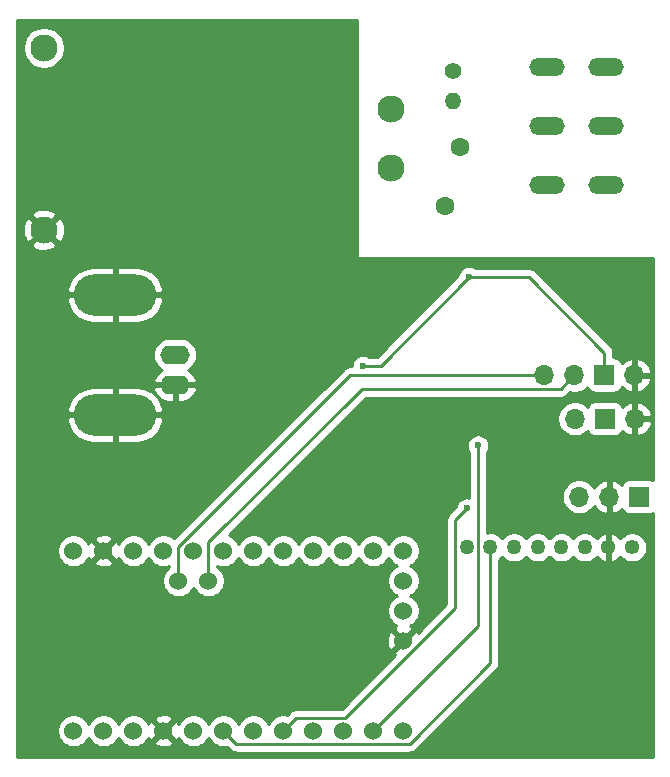
<source format=gbr>
%TF.GenerationSoftware,KiCad,Pcbnew,(5.1.9)-1*%
%TF.CreationDate,2021-04-25T03:29:38+02:00*%
%TF.ProjectId,HB-Uni-SEN-ORB,48422d55-6e69-42d5-9345-4e2d4f52422e,rev?*%
%TF.SameCoordinates,Original*%
%TF.FileFunction,Copper,L2,Bot*%
%TF.FilePolarity,Positive*%
%FSLAX46Y46*%
G04 Gerber Fmt 4.6, Leading zero omitted, Abs format (unit mm)*
G04 Created by KiCad (PCBNEW (5.1.9)-1) date 2021-04-25 03:29:38*
%MOMM*%
%LPD*%
G01*
G04 APERTURE LIST*
%TA.AperFunction,ComponentPad*%
%ADD10O,1.700000X1.700000*%
%TD*%
%TA.AperFunction,ComponentPad*%
%ADD11R,1.700000X1.700000*%
%TD*%
%TA.AperFunction,ComponentPad*%
%ADD12O,1.400000X1.400000*%
%TD*%
%TA.AperFunction,ComponentPad*%
%ADD13C,1.400000*%
%TD*%
%TA.AperFunction,ComponentPad*%
%ADD14C,1.600000*%
%TD*%
%TA.AperFunction,ComponentPad*%
%ADD15C,1.524000*%
%TD*%
%TA.AperFunction,ComponentPad*%
%ADD16O,1.270000X1.270000*%
%TD*%
%TA.AperFunction,ComponentPad*%
%ADD17C,1.270000*%
%TD*%
%TA.AperFunction,ComponentPad*%
%ADD18C,2.300000*%
%TD*%
%TA.AperFunction,ComponentPad*%
%ADD19O,2.500000X1.600000*%
%TD*%
%TA.AperFunction,ComponentPad*%
%ADD20O,7.000000X3.500000*%
%TD*%
%TA.AperFunction,ComponentPad*%
%ADD21O,3.000000X1.500000*%
%TD*%
%TA.AperFunction,ViaPad*%
%ADD22C,0.600000*%
%TD*%
%TA.AperFunction,Conductor*%
%ADD23C,0.250000*%
%TD*%
%TA.AperFunction,Conductor*%
%ADD24C,0.254000*%
%TD*%
%TA.AperFunction,Conductor*%
%ADD25C,0.100000*%
%TD*%
G04 APERTURE END LIST*
D10*
%TO.P,PH_SENS,3*%
%TO.N,GND*%
X162330000Y-75400000D03*
D11*
%TO.P,PH_SENS,2*%
%TO.N,/VCC*%
X159790000Y-75400000D03*
D10*
%TO.P,PH_SENS,1*%
%TO.N,/A0*%
X157250000Y-75400000D03*
%TD*%
D12*
%TO.P,R8,2*%
%TO.N,Net-(R8-Pad2)*%
X146900000Y-48540000D03*
D13*
%TO.P,R8,1*%
%TO.N,Net-(PS1-Pad1)*%
X146900000Y-46000000D03*
%TD*%
D14*
%TO.P,RV1,2*%
%TO.N,Net-(R8-Pad2)*%
X147500000Y-52400000D03*
%TO.P,RV1,1*%
%TO.N,Net-(PS1-Pad2)*%
X146300000Y-57400000D03*
%TD*%
D15*
%TO.P,U1,TXD*%
%TO.N,Net-(U1-PadTXD)*%
X114800000Y-101820000D03*
%TO.P,U1,RXD*%
%TO.N,Net-(U1-PadRXD)*%
X117340000Y-101820000D03*
%TO.P,U1,RST*%
%TO.N,Net-(U1-PadRST)*%
X119880000Y-101820000D03*
%TO.P,U1,GND*%
%TO.N,GND*%
X122420000Y-101820000D03*
%TO.P,U1,2*%
%TO.N,Net-(U1-Pad2)*%
X124960000Y-101820000D03*
%TO.P,U1,3*%
%TO.N,/GDO0*%
X127500000Y-101820000D03*
%TO.P,U1,4*%
%TO.N,/LED*%
X130040000Y-101820000D03*
%TO.P,U1,5*%
%TO.N,/1_WIRE*%
X132580000Y-101820000D03*
%TO.P,U1,6*%
%TO.N,Net-(U1-Pad6)*%
X135120000Y-101820000D03*
%TO.P,U1,7*%
%TO.N,Net-(U1-Pad7)*%
X137660000Y-101820000D03*
%TO.P,U1,8*%
%TO.N,/CONFIG*%
X140200000Y-101820000D03*
%TO.P,U1,9*%
%TO.N,Net-(U1-Pad9)*%
X142740000Y-101820000D03*
%TO.P,U1,10*%
%TO.N,/CSN*%
X142740000Y-86580000D03*
%TO.P,U1,11*%
%TO.N,/MOSI*%
X140200000Y-86580000D03*
%TO.P,U1,12*%
%TO.N,/MISO*%
X137660000Y-86580000D03*
%TO.P,U1,13*%
%TO.N,/SCK*%
X135120000Y-86580000D03*
%TO.P,U1,A0*%
%TO.N,/A0*%
X132580000Y-86580000D03*
%TO.P,U1,A1*%
%TO.N,/A1*%
X130040000Y-86580000D03*
%TO.P,U1,A2*%
%TO.N,Net-(U1-PadA2)*%
X127500000Y-86580000D03*
%TO.P,U1,A3*%
%TO.N,Net-(U1-PadA3)*%
X124960000Y-86580000D03*
%TO.P,U1,VCC*%
%TO.N,/VCC*%
X122420000Y-86580000D03*
%TO.P,U1,RST*%
%TO.N,Net-(U1-PadRST)*%
X119880000Y-86580000D03*
%TO.P,U1,GND*%
%TO.N,GND*%
X117340000Y-86580000D03*
%TO.P,U1,RAW*%
%TO.N,+5V*%
X114800000Y-86580000D03*
%TO.P,U1,A4*%
%TO.N,/SDA*%
X126230000Y-89120000D03*
%TO.P,U1,A5*%
%TO.N,/SCL*%
X123690000Y-89120000D03*
%TO.P,U1,A7*%
%TO.N,Net-(U1-PadA7)*%
X142740000Y-89120000D03*
%TO.P,U1,A6*%
%TO.N,Net-(U1-PadA6)*%
X142740000Y-91660000D03*
%TO.P,U1,GND*%
%TO.N,GND*%
X142740000Y-94200000D03*
%TD*%
D16*
%TO.P,U2,1*%
%TO.N,/VCC*%
X162100000Y-86300000D03*
%TO.P,U2,2*%
%TO.N,GND*%
X160100000Y-86300000D03*
D17*
%TO.P,U2,3*%
%TO.N,/MOSI*%
X158100000Y-86300000D03*
%TO.P,U2,4*%
%TO.N,/SCK*%
X156100000Y-86300000D03*
%TO.P,U2,5*%
%TO.N,/MISO*%
X154100000Y-86300000D03*
%TO.P,U2,6*%
%TO.N,Net-(U2-Pad6)*%
X152100000Y-86300000D03*
%TO.P,U2,7*%
%TO.N,/GDO0*%
X150100000Y-86300000D03*
%TO.P,U2,8*%
%TO.N,/CSN*%
X148100000Y-86300000D03*
%TD*%
D10*
%TO.P,LCD,4*%
%TO.N,/SCL*%
X154680000Y-71700000D03*
%TO.P,LCD,3*%
%TO.N,/SDA*%
X157220000Y-71700000D03*
D11*
%TO.P,LCD,2*%
%TO.N,+5V*%
X159760000Y-71700000D03*
D10*
%TO.P,LCD,1*%
%TO.N,GND*%
X162300000Y-71700000D03*
%TD*%
D11*
%TO.P,DS18B20,3*%
%TO.N,/VCC*%
X162700000Y-82000000D03*
D10*
%TO.P,DS18B20,2*%
%TO.N,GND*%
X160160000Y-82000000D03*
%TO.P,DS18B20,1*%
%TO.N,/1_WIRE*%
X157620000Y-82000000D03*
%TD*%
D18*
%TO.P,PS1,4*%
%TO.N,+5V*%
X112300000Y-44000000D03*
%TO.P,PS1,2*%
%TO.N,Net-(PS1-Pad1)*%
X141700000Y-49200000D03*
%TO.P,PS1,1*%
%TO.N,Net-(PS1-Pad2)*%
X141700000Y-54200000D03*
%TO.P,PS1,3*%
%TO.N,GND*%
X112300000Y-59400000D03*
%TD*%
D19*
%TO.P,J2,2*%
%TO.N,GND*%
X123400000Y-72540000D03*
%TO.P,J2,1*%
%TO.N,Net-(Cal1-Pad2)*%
X123400000Y-70000000D03*
D20*
%TO.P,J2,2*%
%TO.N,GND*%
X118320000Y-64920000D03*
X118320000Y-75080000D03*
%TD*%
D21*
%TO.P,WAGO236-403,3*%
%TO.N,Net-(R8-Pad2)*%
X159900000Y-45600000D03*
X154900000Y-45600000D03*
%TO.P,WAGO236-403,2*%
%TO.N,Net-(WAGO236-403-Pad2)*%
X159900000Y-50600000D03*
X154900000Y-50600000D03*
%TO.P,WAGO236-403,1*%
%TO.N,Net-(PS1-Pad2)*%
X159900000Y-55600000D03*
X154900000Y-55600000D03*
%TD*%
D22*
%TO.N,GND*%
X140400000Y-79400000D03*
%TO.N,+5V*%
X148300000Y-63400000D03*
X139300000Y-70900000D03*
%TO.N,/CONFIG*%
X149060001Y-77650000D03*
%TO.N,/1_WIRE*%
X148100000Y-83000000D03*
%TD*%
D23*
%TO.N,+5V*%
X159760000Y-69798998D02*
X159760000Y-71700000D01*
X153361002Y-63400000D02*
X159760000Y-69798998D01*
X148300000Y-63400000D02*
X153361002Y-63400000D01*
X140800000Y-70900000D02*
X148300000Y-63400000D01*
X139300000Y-70900000D02*
X140800000Y-70900000D01*
%TO.N,/CONFIG*%
X149060001Y-81039999D02*
X149060001Y-92959999D01*
X149060001Y-92959999D02*
X140200000Y-101820000D01*
X149060001Y-81039999D02*
X149060001Y-77650000D01*
%TO.N,/GDO0*%
X150100000Y-96068762D02*
X150100000Y-86300000D01*
X143261761Y-102907001D02*
X150100000Y-96068762D01*
X128587001Y-102907001D02*
X143261761Y-102907001D01*
X127500000Y-101820000D02*
X128587001Y-102907001D01*
%TO.N,/1_WIRE*%
X137815763Y-100732999D02*
X133667001Y-100732999D01*
X133667001Y-100732999D02*
X132580000Y-101820000D01*
X147139999Y-91408763D02*
X137815763Y-100732999D01*
X147139999Y-83960001D02*
X147139999Y-91408763D01*
X148100000Y-83000000D02*
X147139999Y-83960001D01*
%TO.N,/SCL*%
X123690000Y-86241238D02*
X123690000Y-89120000D01*
X138231238Y-71700000D02*
X123690000Y-86241238D01*
X154680000Y-71700000D02*
X138231238Y-71700000D01*
%TO.N,/SDA*%
X126230000Y-85875240D02*
X126230000Y-89120000D01*
X139230239Y-72875001D02*
X126230000Y-85875240D01*
X156044999Y-72875001D02*
X139230239Y-72875001D01*
X157220000Y-71700000D02*
X156044999Y-72875001D01*
%TD*%
D24*
%TO.N,GND*%
X138773000Y-61700000D02*
X138775440Y-61724776D01*
X138782667Y-61748601D01*
X138794403Y-61770557D01*
X138810197Y-61789803D01*
X138829443Y-61805597D01*
X138851399Y-61817333D01*
X138875224Y-61824560D01*
X138900000Y-61827000D01*
X163840000Y-61827000D01*
X163840000Y-80584990D01*
X163794180Y-80560498D01*
X163674482Y-80524188D01*
X163550000Y-80511928D01*
X161850000Y-80511928D01*
X161725518Y-80524188D01*
X161605820Y-80560498D01*
X161495506Y-80619463D01*
X161398815Y-80698815D01*
X161319463Y-80795506D01*
X161260498Y-80905820D01*
X161236034Y-80986466D01*
X161160269Y-80902412D01*
X160926920Y-80728359D01*
X160664099Y-80603175D01*
X160516890Y-80558524D01*
X160287000Y-80679845D01*
X160287000Y-81873000D01*
X160307000Y-81873000D01*
X160307000Y-82127000D01*
X160287000Y-82127000D01*
X160287000Y-83320155D01*
X160516890Y-83441476D01*
X160664099Y-83396825D01*
X160926920Y-83271641D01*
X161160269Y-83097588D01*
X161236034Y-83013534D01*
X161260498Y-83094180D01*
X161319463Y-83204494D01*
X161398815Y-83301185D01*
X161495506Y-83380537D01*
X161605820Y-83439502D01*
X161725518Y-83475812D01*
X161850000Y-83488072D01*
X163550000Y-83488072D01*
X163674482Y-83475812D01*
X163794180Y-83439502D01*
X163840000Y-83415010D01*
X163840000Y-104040000D01*
X110060000Y-104040000D01*
X110060000Y-101682408D01*
X113403000Y-101682408D01*
X113403000Y-101957592D01*
X113456686Y-102227490D01*
X113561995Y-102481727D01*
X113714880Y-102710535D01*
X113909465Y-102905120D01*
X114138273Y-103058005D01*
X114392510Y-103163314D01*
X114662408Y-103217000D01*
X114937592Y-103217000D01*
X115207490Y-103163314D01*
X115461727Y-103058005D01*
X115690535Y-102905120D01*
X115885120Y-102710535D01*
X116038005Y-102481727D01*
X116070000Y-102404485D01*
X116101995Y-102481727D01*
X116254880Y-102710535D01*
X116449465Y-102905120D01*
X116678273Y-103058005D01*
X116932510Y-103163314D01*
X117202408Y-103217000D01*
X117477592Y-103217000D01*
X117747490Y-103163314D01*
X118001727Y-103058005D01*
X118230535Y-102905120D01*
X118425120Y-102710535D01*
X118578005Y-102481727D01*
X118610000Y-102404485D01*
X118641995Y-102481727D01*
X118794880Y-102710535D01*
X118989465Y-102905120D01*
X119218273Y-103058005D01*
X119472510Y-103163314D01*
X119742408Y-103217000D01*
X120017592Y-103217000D01*
X120287490Y-103163314D01*
X120541727Y-103058005D01*
X120770535Y-102905120D01*
X120890090Y-102785565D01*
X121634040Y-102785565D01*
X121701020Y-103025656D01*
X121950048Y-103142756D01*
X122217135Y-103209023D01*
X122492017Y-103221910D01*
X122764133Y-103180922D01*
X123023023Y-103087636D01*
X123138980Y-103025656D01*
X123205960Y-102785565D01*
X122420000Y-101999605D01*
X121634040Y-102785565D01*
X120890090Y-102785565D01*
X120965120Y-102710535D01*
X121118005Y-102481727D01*
X121147692Y-102410057D01*
X121152364Y-102423023D01*
X121214344Y-102538980D01*
X121454435Y-102605960D01*
X122240395Y-101820000D01*
X122599605Y-101820000D01*
X123385565Y-102605960D01*
X123625656Y-102538980D01*
X123689485Y-102403240D01*
X123721995Y-102481727D01*
X123874880Y-102710535D01*
X124069465Y-102905120D01*
X124298273Y-103058005D01*
X124552510Y-103163314D01*
X124822408Y-103217000D01*
X125097592Y-103217000D01*
X125367490Y-103163314D01*
X125621727Y-103058005D01*
X125850535Y-102905120D01*
X126045120Y-102710535D01*
X126198005Y-102481727D01*
X126230000Y-102404485D01*
X126261995Y-102481727D01*
X126414880Y-102710535D01*
X126609465Y-102905120D01*
X126838273Y-103058005D01*
X127092510Y-103163314D01*
X127362408Y-103217000D01*
X127637592Y-103217000D01*
X127791570Y-103186372D01*
X128023202Y-103418004D01*
X128047000Y-103447002D01*
X128075998Y-103470800D01*
X128162725Y-103541975D01*
X128294754Y-103612547D01*
X128438015Y-103656004D01*
X128587001Y-103670678D01*
X128624334Y-103667001D01*
X143224439Y-103667001D01*
X143261761Y-103670677D01*
X143299083Y-103667001D01*
X143299094Y-103667001D01*
X143410747Y-103656004D01*
X143554008Y-103612547D01*
X143686037Y-103541975D01*
X143801762Y-103447002D01*
X143825565Y-103417998D01*
X150611004Y-96632560D01*
X150640001Y-96608763D01*
X150734974Y-96493038D01*
X150805546Y-96361009D01*
X150849003Y-96217748D01*
X150860000Y-96106095D01*
X150860000Y-96106086D01*
X150863676Y-96068763D01*
X150860000Y-96031440D01*
X150860000Y-87319600D01*
X150909578Y-87286473D01*
X151086473Y-87109578D01*
X151100000Y-87089333D01*
X151113527Y-87109578D01*
X151290422Y-87286473D01*
X151498429Y-87425459D01*
X151729555Y-87521195D01*
X151974916Y-87570000D01*
X152225084Y-87570000D01*
X152470445Y-87521195D01*
X152701571Y-87425459D01*
X152909578Y-87286473D01*
X153086473Y-87109578D01*
X153100000Y-87089333D01*
X153113527Y-87109578D01*
X153290422Y-87286473D01*
X153498429Y-87425459D01*
X153729555Y-87521195D01*
X153974916Y-87570000D01*
X154225084Y-87570000D01*
X154470445Y-87521195D01*
X154701571Y-87425459D01*
X154909578Y-87286473D01*
X155086473Y-87109578D01*
X155100000Y-87089333D01*
X155113527Y-87109578D01*
X155290422Y-87286473D01*
X155498429Y-87425459D01*
X155729555Y-87521195D01*
X155974916Y-87570000D01*
X156225084Y-87570000D01*
X156470445Y-87521195D01*
X156701571Y-87425459D01*
X156909578Y-87286473D01*
X157086473Y-87109578D01*
X157100000Y-87089333D01*
X157113527Y-87109578D01*
X157290422Y-87286473D01*
X157498429Y-87425459D01*
X157729555Y-87521195D01*
X157974916Y-87570000D01*
X158225084Y-87570000D01*
X158470445Y-87521195D01*
X158701571Y-87425459D01*
X158909578Y-87286473D01*
X159086473Y-87109578D01*
X159105323Y-87081368D01*
X159148982Y-87141712D01*
X159331465Y-87311073D01*
X159543483Y-87441579D01*
X159776887Y-87528215D01*
X159973000Y-87404890D01*
X159973000Y-86427000D01*
X159953000Y-86427000D01*
X159953000Y-86173000D01*
X159973000Y-86173000D01*
X159973000Y-85195110D01*
X160227000Y-85195110D01*
X160227000Y-86173000D01*
X160247000Y-86173000D01*
X160247000Y-86427000D01*
X160227000Y-86427000D01*
X160227000Y-87404890D01*
X160423113Y-87528215D01*
X160656517Y-87441579D01*
X160868535Y-87311073D01*
X161051018Y-87141712D01*
X161094677Y-87081368D01*
X161113527Y-87109578D01*
X161290422Y-87286473D01*
X161498429Y-87425459D01*
X161729555Y-87521195D01*
X161974916Y-87570000D01*
X162225084Y-87570000D01*
X162470445Y-87521195D01*
X162701571Y-87425459D01*
X162909578Y-87286473D01*
X163086473Y-87109578D01*
X163225459Y-86901571D01*
X163321195Y-86670445D01*
X163370000Y-86425084D01*
X163370000Y-86174916D01*
X163321195Y-85929555D01*
X163225459Y-85698429D01*
X163086473Y-85490422D01*
X162909578Y-85313527D01*
X162701571Y-85174541D01*
X162470445Y-85078805D01*
X162225084Y-85030000D01*
X161974916Y-85030000D01*
X161729555Y-85078805D01*
X161498429Y-85174541D01*
X161290422Y-85313527D01*
X161113527Y-85490422D01*
X161094677Y-85518632D01*
X161051018Y-85458288D01*
X160868535Y-85288927D01*
X160656517Y-85158421D01*
X160423113Y-85071785D01*
X160227000Y-85195110D01*
X159973000Y-85195110D01*
X159776887Y-85071785D01*
X159543483Y-85158421D01*
X159331465Y-85288927D01*
X159148982Y-85458288D01*
X159105323Y-85518632D01*
X159086473Y-85490422D01*
X158909578Y-85313527D01*
X158701571Y-85174541D01*
X158470445Y-85078805D01*
X158225084Y-85030000D01*
X157974916Y-85030000D01*
X157729555Y-85078805D01*
X157498429Y-85174541D01*
X157290422Y-85313527D01*
X157113527Y-85490422D01*
X157100000Y-85510667D01*
X157086473Y-85490422D01*
X156909578Y-85313527D01*
X156701571Y-85174541D01*
X156470445Y-85078805D01*
X156225084Y-85030000D01*
X155974916Y-85030000D01*
X155729555Y-85078805D01*
X155498429Y-85174541D01*
X155290422Y-85313527D01*
X155113527Y-85490422D01*
X155100000Y-85510667D01*
X155086473Y-85490422D01*
X154909578Y-85313527D01*
X154701571Y-85174541D01*
X154470445Y-85078805D01*
X154225084Y-85030000D01*
X153974916Y-85030000D01*
X153729555Y-85078805D01*
X153498429Y-85174541D01*
X153290422Y-85313527D01*
X153113527Y-85490422D01*
X153100000Y-85510667D01*
X153086473Y-85490422D01*
X152909578Y-85313527D01*
X152701571Y-85174541D01*
X152470445Y-85078805D01*
X152225084Y-85030000D01*
X151974916Y-85030000D01*
X151729555Y-85078805D01*
X151498429Y-85174541D01*
X151290422Y-85313527D01*
X151113527Y-85490422D01*
X151100000Y-85510667D01*
X151086473Y-85490422D01*
X150909578Y-85313527D01*
X150701571Y-85174541D01*
X150470445Y-85078805D01*
X150225084Y-85030000D01*
X149974916Y-85030000D01*
X149820001Y-85060814D01*
X149820001Y-81853740D01*
X156135000Y-81853740D01*
X156135000Y-82146260D01*
X156192068Y-82433158D01*
X156304010Y-82703411D01*
X156466525Y-82946632D01*
X156673368Y-83153475D01*
X156916589Y-83315990D01*
X157186842Y-83427932D01*
X157473740Y-83485000D01*
X157766260Y-83485000D01*
X158053158Y-83427932D01*
X158323411Y-83315990D01*
X158566632Y-83153475D01*
X158773475Y-82946632D01*
X158895195Y-82764466D01*
X158964822Y-82881355D01*
X159159731Y-83097588D01*
X159393080Y-83271641D01*
X159655901Y-83396825D01*
X159803110Y-83441476D01*
X160033000Y-83320155D01*
X160033000Y-82127000D01*
X160013000Y-82127000D01*
X160013000Y-81873000D01*
X160033000Y-81873000D01*
X160033000Y-80679845D01*
X159803110Y-80558524D01*
X159655901Y-80603175D01*
X159393080Y-80728359D01*
X159159731Y-80902412D01*
X158964822Y-81118645D01*
X158895195Y-81235534D01*
X158773475Y-81053368D01*
X158566632Y-80846525D01*
X158323411Y-80684010D01*
X158053158Y-80572068D01*
X157766260Y-80515000D01*
X157473740Y-80515000D01*
X157186842Y-80572068D01*
X156916589Y-80684010D01*
X156673368Y-80846525D01*
X156466525Y-81053368D01*
X156304010Y-81296589D01*
X156192068Y-81566842D01*
X156135000Y-81853740D01*
X149820001Y-81853740D01*
X149820001Y-78195535D01*
X149888587Y-78092889D01*
X149959069Y-77922729D01*
X149995001Y-77742089D01*
X149995001Y-77557911D01*
X149959069Y-77377271D01*
X149888587Y-77207111D01*
X149786263Y-77053972D01*
X149656029Y-76923738D01*
X149502890Y-76821414D01*
X149332730Y-76750932D01*
X149152090Y-76715000D01*
X148967912Y-76715000D01*
X148787272Y-76750932D01*
X148617112Y-76821414D01*
X148463973Y-76923738D01*
X148333739Y-77053972D01*
X148231415Y-77207111D01*
X148160933Y-77377271D01*
X148125001Y-77557911D01*
X148125001Y-77742089D01*
X148160933Y-77922729D01*
X148231415Y-78092889D01*
X148300002Y-78195537D01*
X148300001Y-81002666D01*
X148300001Y-82086465D01*
X148192089Y-82065000D01*
X148007911Y-82065000D01*
X147827271Y-82100932D01*
X147657111Y-82171414D01*
X147503972Y-82273738D01*
X147373738Y-82403972D01*
X147271414Y-82557111D01*
X147200932Y-82727271D01*
X147176848Y-82848350D01*
X146629001Y-83396198D01*
X146599998Y-83420000D01*
X146554195Y-83475812D01*
X146505025Y-83535725D01*
X146472792Y-83596028D01*
X146434453Y-83667755D01*
X146390996Y-83811016D01*
X146379999Y-83922669D01*
X146379999Y-83922679D01*
X146376323Y-83960001D01*
X146379999Y-83997323D01*
X146380000Y-91093960D01*
X143962126Y-93511834D01*
X143945656Y-93481020D01*
X143705565Y-93414040D01*
X142919605Y-94200000D01*
X142933748Y-94214143D01*
X142754143Y-94393748D01*
X142740000Y-94379605D01*
X141954040Y-95165565D01*
X142021020Y-95405656D01*
X142053181Y-95420779D01*
X137500962Y-99972999D01*
X133704334Y-99972999D01*
X133667001Y-99969322D01*
X133629668Y-99972999D01*
X133518015Y-99983996D01*
X133374754Y-100027453D01*
X133242725Y-100098025D01*
X133127000Y-100192998D01*
X133103202Y-100221996D01*
X132871570Y-100453628D01*
X132717592Y-100423000D01*
X132442408Y-100423000D01*
X132172510Y-100476686D01*
X131918273Y-100581995D01*
X131689465Y-100734880D01*
X131494880Y-100929465D01*
X131341995Y-101158273D01*
X131310000Y-101235515D01*
X131278005Y-101158273D01*
X131125120Y-100929465D01*
X130930535Y-100734880D01*
X130701727Y-100581995D01*
X130447490Y-100476686D01*
X130177592Y-100423000D01*
X129902408Y-100423000D01*
X129632510Y-100476686D01*
X129378273Y-100581995D01*
X129149465Y-100734880D01*
X128954880Y-100929465D01*
X128801995Y-101158273D01*
X128770000Y-101235515D01*
X128738005Y-101158273D01*
X128585120Y-100929465D01*
X128390535Y-100734880D01*
X128161727Y-100581995D01*
X127907490Y-100476686D01*
X127637592Y-100423000D01*
X127362408Y-100423000D01*
X127092510Y-100476686D01*
X126838273Y-100581995D01*
X126609465Y-100734880D01*
X126414880Y-100929465D01*
X126261995Y-101158273D01*
X126230000Y-101235515D01*
X126198005Y-101158273D01*
X126045120Y-100929465D01*
X125850535Y-100734880D01*
X125621727Y-100581995D01*
X125367490Y-100476686D01*
X125097592Y-100423000D01*
X124822408Y-100423000D01*
X124552510Y-100476686D01*
X124298273Y-100581995D01*
X124069465Y-100734880D01*
X123874880Y-100929465D01*
X123721995Y-101158273D01*
X123692308Y-101229943D01*
X123687636Y-101216977D01*
X123625656Y-101101020D01*
X123385565Y-101034040D01*
X122599605Y-101820000D01*
X122240395Y-101820000D01*
X121454435Y-101034040D01*
X121214344Y-101101020D01*
X121150515Y-101236760D01*
X121118005Y-101158273D01*
X120965120Y-100929465D01*
X120890090Y-100854435D01*
X121634040Y-100854435D01*
X122420000Y-101640395D01*
X123205960Y-100854435D01*
X123138980Y-100614344D01*
X122889952Y-100497244D01*
X122622865Y-100430977D01*
X122347983Y-100418090D01*
X122075867Y-100459078D01*
X121816977Y-100552364D01*
X121701020Y-100614344D01*
X121634040Y-100854435D01*
X120890090Y-100854435D01*
X120770535Y-100734880D01*
X120541727Y-100581995D01*
X120287490Y-100476686D01*
X120017592Y-100423000D01*
X119742408Y-100423000D01*
X119472510Y-100476686D01*
X119218273Y-100581995D01*
X118989465Y-100734880D01*
X118794880Y-100929465D01*
X118641995Y-101158273D01*
X118610000Y-101235515D01*
X118578005Y-101158273D01*
X118425120Y-100929465D01*
X118230535Y-100734880D01*
X118001727Y-100581995D01*
X117747490Y-100476686D01*
X117477592Y-100423000D01*
X117202408Y-100423000D01*
X116932510Y-100476686D01*
X116678273Y-100581995D01*
X116449465Y-100734880D01*
X116254880Y-100929465D01*
X116101995Y-101158273D01*
X116070000Y-101235515D01*
X116038005Y-101158273D01*
X115885120Y-100929465D01*
X115690535Y-100734880D01*
X115461727Y-100581995D01*
X115207490Y-100476686D01*
X114937592Y-100423000D01*
X114662408Y-100423000D01*
X114392510Y-100476686D01*
X114138273Y-100581995D01*
X113909465Y-100734880D01*
X113714880Y-100929465D01*
X113561995Y-101158273D01*
X113456686Y-101412510D01*
X113403000Y-101682408D01*
X110060000Y-101682408D01*
X110060000Y-94272017D01*
X141338090Y-94272017D01*
X141379078Y-94544133D01*
X141472364Y-94803023D01*
X141534344Y-94918980D01*
X141774435Y-94985960D01*
X142560395Y-94200000D01*
X141774435Y-93414040D01*
X141534344Y-93481020D01*
X141417244Y-93730048D01*
X141350977Y-93997135D01*
X141338090Y-94272017D01*
X110060000Y-94272017D01*
X110060000Y-86442408D01*
X113403000Y-86442408D01*
X113403000Y-86717592D01*
X113456686Y-86987490D01*
X113561995Y-87241727D01*
X113714880Y-87470535D01*
X113909465Y-87665120D01*
X114138273Y-87818005D01*
X114392510Y-87923314D01*
X114662408Y-87977000D01*
X114937592Y-87977000D01*
X115207490Y-87923314D01*
X115461727Y-87818005D01*
X115690535Y-87665120D01*
X115810090Y-87545565D01*
X116554040Y-87545565D01*
X116621020Y-87785656D01*
X116870048Y-87902756D01*
X117137135Y-87969023D01*
X117412017Y-87981910D01*
X117684133Y-87940922D01*
X117943023Y-87847636D01*
X118058980Y-87785656D01*
X118125960Y-87545565D01*
X117340000Y-86759605D01*
X116554040Y-87545565D01*
X115810090Y-87545565D01*
X115885120Y-87470535D01*
X116038005Y-87241727D01*
X116067692Y-87170057D01*
X116072364Y-87183023D01*
X116134344Y-87298980D01*
X116374435Y-87365960D01*
X117160395Y-86580000D01*
X117519605Y-86580000D01*
X118305565Y-87365960D01*
X118545656Y-87298980D01*
X118609485Y-87163240D01*
X118641995Y-87241727D01*
X118794880Y-87470535D01*
X118989465Y-87665120D01*
X119218273Y-87818005D01*
X119472510Y-87923314D01*
X119742408Y-87977000D01*
X120017592Y-87977000D01*
X120287490Y-87923314D01*
X120541727Y-87818005D01*
X120770535Y-87665120D01*
X120965120Y-87470535D01*
X121118005Y-87241727D01*
X121150000Y-87164485D01*
X121181995Y-87241727D01*
X121334880Y-87470535D01*
X121529465Y-87665120D01*
X121758273Y-87818005D01*
X122012510Y-87923314D01*
X122282408Y-87977000D01*
X122557592Y-87977000D01*
X122827490Y-87923314D01*
X122930001Y-87880852D01*
X122930001Y-87947659D01*
X122799465Y-88034880D01*
X122604880Y-88229465D01*
X122451995Y-88458273D01*
X122346686Y-88712510D01*
X122293000Y-88982408D01*
X122293000Y-89257592D01*
X122346686Y-89527490D01*
X122451995Y-89781727D01*
X122604880Y-90010535D01*
X122799465Y-90205120D01*
X123028273Y-90358005D01*
X123282510Y-90463314D01*
X123552408Y-90517000D01*
X123827592Y-90517000D01*
X124097490Y-90463314D01*
X124351727Y-90358005D01*
X124580535Y-90205120D01*
X124775120Y-90010535D01*
X124928005Y-89781727D01*
X124960000Y-89704485D01*
X124991995Y-89781727D01*
X125144880Y-90010535D01*
X125339465Y-90205120D01*
X125568273Y-90358005D01*
X125822510Y-90463314D01*
X126092408Y-90517000D01*
X126367592Y-90517000D01*
X126637490Y-90463314D01*
X126891727Y-90358005D01*
X127120535Y-90205120D01*
X127315120Y-90010535D01*
X127468005Y-89781727D01*
X127573314Y-89527490D01*
X127627000Y-89257592D01*
X127627000Y-88982408D01*
X127573314Y-88712510D01*
X127468005Y-88458273D01*
X127315120Y-88229465D01*
X127120535Y-88034880D01*
X126990000Y-87947659D01*
X126990000Y-87880853D01*
X127092510Y-87923314D01*
X127362408Y-87977000D01*
X127637592Y-87977000D01*
X127907490Y-87923314D01*
X128161727Y-87818005D01*
X128390535Y-87665120D01*
X128585120Y-87470535D01*
X128738005Y-87241727D01*
X128770000Y-87164485D01*
X128801995Y-87241727D01*
X128954880Y-87470535D01*
X129149465Y-87665120D01*
X129378273Y-87818005D01*
X129632510Y-87923314D01*
X129902408Y-87977000D01*
X130177592Y-87977000D01*
X130447490Y-87923314D01*
X130701727Y-87818005D01*
X130930535Y-87665120D01*
X131125120Y-87470535D01*
X131278005Y-87241727D01*
X131310000Y-87164485D01*
X131341995Y-87241727D01*
X131494880Y-87470535D01*
X131689465Y-87665120D01*
X131918273Y-87818005D01*
X132172510Y-87923314D01*
X132442408Y-87977000D01*
X132717592Y-87977000D01*
X132987490Y-87923314D01*
X133241727Y-87818005D01*
X133470535Y-87665120D01*
X133665120Y-87470535D01*
X133818005Y-87241727D01*
X133850000Y-87164485D01*
X133881995Y-87241727D01*
X134034880Y-87470535D01*
X134229465Y-87665120D01*
X134458273Y-87818005D01*
X134712510Y-87923314D01*
X134982408Y-87977000D01*
X135257592Y-87977000D01*
X135527490Y-87923314D01*
X135781727Y-87818005D01*
X136010535Y-87665120D01*
X136205120Y-87470535D01*
X136358005Y-87241727D01*
X136390000Y-87164485D01*
X136421995Y-87241727D01*
X136574880Y-87470535D01*
X136769465Y-87665120D01*
X136998273Y-87818005D01*
X137252510Y-87923314D01*
X137522408Y-87977000D01*
X137797592Y-87977000D01*
X138067490Y-87923314D01*
X138321727Y-87818005D01*
X138550535Y-87665120D01*
X138745120Y-87470535D01*
X138898005Y-87241727D01*
X138930000Y-87164485D01*
X138961995Y-87241727D01*
X139114880Y-87470535D01*
X139309465Y-87665120D01*
X139538273Y-87818005D01*
X139792510Y-87923314D01*
X140062408Y-87977000D01*
X140337592Y-87977000D01*
X140607490Y-87923314D01*
X140861727Y-87818005D01*
X141090535Y-87665120D01*
X141285120Y-87470535D01*
X141438005Y-87241727D01*
X141470000Y-87164485D01*
X141501995Y-87241727D01*
X141654880Y-87470535D01*
X141849465Y-87665120D01*
X142078273Y-87818005D01*
X142155515Y-87850000D01*
X142078273Y-87881995D01*
X141849465Y-88034880D01*
X141654880Y-88229465D01*
X141501995Y-88458273D01*
X141396686Y-88712510D01*
X141343000Y-88982408D01*
X141343000Y-89257592D01*
X141396686Y-89527490D01*
X141501995Y-89781727D01*
X141654880Y-90010535D01*
X141849465Y-90205120D01*
X142078273Y-90358005D01*
X142155515Y-90390000D01*
X142078273Y-90421995D01*
X141849465Y-90574880D01*
X141654880Y-90769465D01*
X141501995Y-90998273D01*
X141396686Y-91252510D01*
X141343000Y-91522408D01*
X141343000Y-91797592D01*
X141396686Y-92067490D01*
X141501995Y-92321727D01*
X141654880Y-92550535D01*
X141849465Y-92745120D01*
X142078273Y-92898005D01*
X142149943Y-92927692D01*
X142136977Y-92932364D01*
X142021020Y-92994344D01*
X141954040Y-93234435D01*
X142740000Y-94020395D01*
X143525960Y-93234435D01*
X143458980Y-92994344D01*
X143323240Y-92930515D01*
X143401727Y-92898005D01*
X143630535Y-92745120D01*
X143825120Y-92550535D01*
X143978005Y-92321727D01*
X144083314Y-92067490D01*
X144137000Y-91797592D01*
X144137000Y-91522408D01*
X144083314Y-91252510D01*
X143978005Y-90998273D01*
X143825120Y-90769465D01*
X143630535Y-90574880D01*
X143401727Y-90421995D01*
X143324485Y-90390000D01*
X143401727Y-90358005D01*
X143630535Y-90205120D01*
X143825120Y-90010535D01*
X143978005Y-89781727D01*
X144083314Y-89527490D01*
X144137000Y-89257592D01*
X144137000Y-88982408D01*
X144083314Y-88712510D01*
X143978005Y-88458273D01*
X143825120Y-88229465D01*
X143630535Y-88034880D01*
X143401727Y-87881995D01*
X143324485Y-87850000D01*
X143401727Y-87818005D01*
X143630535Y-87665120D01*
X143825120Y-87470535D01*
X143978005Y-87241727D01*
X144083314Y-86987490D01*
X144137000Y-86717592D01*
X144137000Y-86442408D01*
X144083314Y-86172510D01*
X143978005Y-85918273D01*
X143825120Y-85689465D01*
X143630535Y-85494880D01*
X143401727Y-85341995D01*
X143147490Y-85236686D01*
X142877592Y-85183000D01*
X142602408Y-85183000D01*
X142332510Y-85236686D01*
X142078273Y-85341995D01*
X141849465Y-85494880D01*
X141654880Y-85689465D01*
X141501995Y-85918273D01*
X141470000Y-85995515D01*
X141438005Y-85918273D01*
X141285120Y-85689465D01*
X141090535Y-85494880D01*
X140861727Y-85341995D01*
X140607490Y-85236686D01*
X140337592Y-85183000D01*
X140062408Y-85183000D01*
X139792510Y-85236686D01*
X139538273Y-85341995D01*
X139309465Y-85494880D01*
X139114880Y-85689465D01*
X138961995Y-85918273D01*
X138930000Y-85995515D01*
X138898005Y-85918273D01*
X138745120Y-85689465D01*
X138550535Y-85494880D01*
X138321727Y-85341995D01*
X138067490Y-85236686D01*
X137797592Y-85183000D01*
X137522408Y-85183000D01*
X137252510Y-85236686D01*
X136998273Y-85341995D01*
X136769465Y-85494880D01*
X136574880Y-85689465D01*
X136421995Y-85918273D01*
X136390000Y-85995515D01*
X136358005Y-85918273D01*
X136205120Y-85689465D01*
X136010535Y-85494880D01*
X135781727Y-85341995D01*
X135527490Y-85236686D01*
X135257592Y-85183000D01*
X134982408Y-85183000D01*
X134712510Y-85236686D01*
X134458273Y-85341995D01*
X134229465Y-85494880D01*
X134034880Y-85689465D01*
X133881995Y-85918273D01*
X133850000Y-85995515D01*
X133818005Y-85918273D01*
X133665120Y-85689465D01*
X133470535Y-85494880D01*
X133241727Y-85341995D01*
X132987490Y-85236686D01*
X132717592Y-85183000D01*
X132442408Y-85183000D01*
X132172510Y-85236686D01*
X131918273Y-85341995D01*
X131689465Y-85494880D01*
X131494880Y-85689465D01*
X131341995Y-85918273D01*
X131310000Y-85995515D01*
X131278005Y-85918273D01*
X131125120Y-85689465D01*
X130930535Y-85494880D01*
X130701727Y-85341995D01*
X130447490Y-85236686D01*
X130177592Y-85183000D01*
X129902408Y-85183000D01*
X129632510Y-85236686D01*
X129378273Y-85341995D01*
X129149465Y-85494880D01*
X128954880Y-85689465D01*
X128801995Y-85918273D01*
X128770000Y-85995515D01*
X128738005Y-85918273D01*
X128585120Y-85689465D01*
X128390535Y-85494880D01*
X128161727Y-85341995D01*
X127932850Y-85247191D01*
X137926301Y-75253740D01*
X155765000Y-75253740D01*
X155765000Y-75546260D01*
X155822068Y-75833158D01*
X155934010Y-76103411D01*
X156096525Y-76346632D01*
X156303368Y-76553475D01*
X156546589Y-76715990D01*
X156816842Y-76827932D01*
X157103740Y-76885000D01*
X157396260Y-76885000D01*
X157683158Y-76827932D01*
X157953411Y-76715990D01*
X158196632Y-76553475D01*
X158328487Y-76421620D01*
X158350498Y-76494180D01*
X158409463Y-76604494D01*
X158488815Y-76701185D01*
X158585506Y-76780537D01*
X158695820Y-76839502D01*
X158815518Y-76875812D01*
X158940000Y-76888072D01*
X160640000Y-76888072D01*
X160764482Y-76875812D01*
X160884180Y-76839502D01*
X160994494Y-76780537D01*
X161091185Y-76701185D01*
X161170537Y-76604494D01*
X161229502Y-76494180D01*
X161253966Y-76413534D01*
X161329731Y-76497588D01*
X161563080Y-76671641D01*
X161825901Y-76796825D01*
X161973110Y-76841476D01*
X162203000Y-76720155D01*
X162203000Y-75527000D01*
X162457000Y-75527000D01*
X162457000Y-76720155D01*
X162686890Y-76841476D01*
X162834099Y-76796825D01*
X163096920Y-76671641D01*
X163330269Y-76497588D01*
X163525178Y-76281355D01*
X163674157Y-76031252D01*
X163771481Y-75756891D01*
X163650814Y-75527000D01*
X162457000Y-75527000D01*
X162203000Y-75527000D01*
X162183000Y-75527000D01*
X162183000Y-75273000D01*
X162203000Y-75273000D01*
X162203000Y-74079845D01*
X162457000Y-74079845D01*
X162457000Y-75273000D01*
X163650814Y-75273000D01*
X163771481Y-75043109D01*
X163674157Y-74768748D01*
X163525178Y-74518645D01*
X163330269Y-74302412D01*
X163096920Y-74128359D01*
X162834099Y-74003175D01*
X162686890Y-73958524D01*
X162457000Y-74079845D01*
X162203000Y-74079845D01*
X161973110Y-73958524D01*
X161825901Y-74003175D01*
X161563080Y-74128359D01*
X161329731Y-74302412D01*
X161253966Y-74386466D01*
X161229502Y-74305820D01*
X161170537Y-74195506D01*
X161091185Y-74098815D01*
X160994494Y-74019463D01*
X160884180Y-73960498D01*
X160764482Y-73924188D01*
X160640000Y-73911928D01*
X158940000Y-73911928D01*
X158815518Y-73924188D01*
X158695820Y-73960498D01*
X158585506Y-74019463D01*
X158488815Y-74098815D01*
X158409463Y-74195506D01*
X158350498Y-74305820D01*
X158328487Y-74378380D01*
X158196632Y-74246525D01*
X157953411Y-74084010D01*
X157683158Y-73972068D01*
X157396260Y-73915000D01*
X157103740Y-73915000D01*
X156816842Y-73972068D01*
X156546589Y-74084010D01*
X156303368Y-74246525D01*
X156096525Y-74453368D01*
X155934010Y-74696589D01*
X155822068Y-74966842D01*
X155765000Y-75253740D01*
X137926301Y-75253740D01*
X139545041Y-73635001D01*
X156007677Y-73635001D01*
X156044999Y-73638677D01*
X156082321Y-73635001D01*
X156082332Y-73635001D01*
X156193985Y-73624004D01*
X156337246Y-73580547D01*
X156469275Y-73509975D01*
X156585000Y-73415002D01*
X156608803Y-73385998D01*
X156853592Y-73141209D01*
X157073740Y-73185000D01*
X157366260Y-73185000D01*
X157653158Y-73127932D01*
X157923411Y-73015990D01*
X158166632Y-72853475D01*
X158298487Y-72721620D01*
X158320498Y-72794180D01*
X158379463Y-72904494D01*
X158458815Y-73001185D01*
X158555506Y-73080537D01*
X158665820Y-73139502D01*
X158785518Y-73175812D01*
X158910000Y-73188072D01*
X160610000Y-73188072D01*
X160734482Y-73175812D01*
X160854180Y-73139502D01*
X160964494Y-73080537D01*
X161061185Y-73001185D01*
X161140537Y-72904494D01*
X161199502Y-72794180D01*
X161223966Y-72713534D01*
X161299731Y-72797588D01*
X161533080Y-72971641D01*
X161795901Y-73096825D01*
X161943110Y-73141476D01*
X162173000Y-73020155D01*
X162173000Y-71827000D01*
X162427000Y-71827000D01*
X162427000Y-73020155D01*
X162656890Y-73141476D01*
X162804099Y-73096825D01*
X163066920Y-72971641D01*
X163300269Y-72797588D01*
X163495178Y-72581355D01*
X163644157Y-72331252D01*
X163741481Y-72056891D01*
X163620814Y-71827000D01*
X162427000Y-71827000D01*
X162173000Y-71827000D01*
X162153000Y-71827000D01*
X162153000Y-71573000D01*
X162173000Y-71573000D01*
X162173000Y-70379845D01*
X162427000Y-70379845D01*
X162427000Y-71573000D01*
X163620814Y-71573000D01*
X163741481Y-71343109D01*
X163644157Y-71068748D01*
X163495178Y-70818645D01*
X163300269Y-70602412D01*
X163066920Y-70428359D01*
X162804099Y-70303175D01*
X162656890Y-70258524D01*
X162427000Y-70379845D01*
X162173000Y-70379845D01*
X161943110Y-70258524D01*
X161795901Y-70303175D01*
X161533080Y-70428359D01*
X161299731Y-70602412D01*
X161223966Y-70686466D01*
X161199502Y-70605820D01*
X161140537Y-70495506D01*
X161061185Y-70398815D01*
X160964494Y-70319463D01*
X160854180Y-70260498D01*
X160734482Y-70224188D01*
X160610000Y-70211928D01*
X160520000Y-70211928D01*
X160520000Y-69836323D01*
X160523676Y-69798998D01*
X160520000Y-69761673D01*
X160520000Y-69761665D01*
X160509003Y-69650012D01*
X160465546Y-69506751D01*
X160394974Y-69374722D01*
X160300001Y-69258997D01*
X160271004Y-69235200D01*
X153924806Y-62889003D01*
X153901003Y-62859999D01*
X153785278Y-62765026D01*
X153653249Y-62694454D01*
X153509988Y-62650997D01*
X153398335Y-62640000D01*
X153398324Y-62640000D01*
X153361002Y-62636324D01*
X153323680Y-62640000D01*
X148845535Y-62640000D01*
X148742889Y-62571414D01*
X148572729Y-62500932D01*
X148392089Y-62465000D01*
X148207911Y-62465000D01*
X148027271Y-62500932D01*
X147857111Y-62571414D01*
X147703972Y-62673738D01*
X147573738Y-62803972D01*
X147471414Y-62957111D01*
X147400932Y-63127271D01*
X147376847Y-63248351D01*
X140485199Y-70140000D01*
X139845535Y-70140000D01*
X139742889Y-70071414D01*
X139572729Y-70000932D01*
X139392089Y-69965000D01*
X139207911Y-69965000D01*
X139027271Y-70000932D01*
X138857111Y-70071414D01*
X138703972Y-70173738D01*
X138573738Y-70303972D01*
X138471414Y-70457111D01*
X138400932Y-70627271D01*
X138365000Y-70807911D01*
X138365000Y-70940000D01*
X138268560Y-70940000D01*
X138231238Y-70936324D01*
X138193915Y-70940000D01*
X138193905Y-70940000D01*
X138082252Y-70950997D01*
X137938991Y-70994454D01*
X137806961Y-71065026D01*
X137723321Y-71133668D01*
X137691237Y-71159999D01*
X137667439Y-71188997D01*
X123336046Y-85520391D01*
X123310535Y-85494880D01*
X123081727Y-85341995D01*
X122827490Y-85236686D01*
X122557592Y-85183000D01*
X122282408Y-85183000D01*
X122012510Y-85236686D01*
X121758273Y-85341995D01*
X121529465Y-85494880D01*
X121334880Y-85689465D01*
X121181995Y-85918273D01*
X121150000Y-85995515D01*
X121118005Y-85918273D01*
X120965120Y-85689465D01*
X120770535Y-85494880D01*
X120541727Y-85341995D01*
X120287490Y-85236686D01*
X120017592Y-85183000D01*
X119742408Y-85183000D01*
X119472510Y-85236686D01*
X119218273Y-85341995D01*
X118989465Y-85494880D01*
X118794880Y-85689465D01*
X118641995Y-85918273D01*
X118612308Y-85989943D01*
X118607636Y-85976977D01*
X118545656Y-85861020D01*
X118305565Y-85794040D01*
X117519605Y-86580000D01*
X117160395Y-86580000D01*
X116374435Y-85794040D01*
X116134344Y-85861020D01*
X116070515Y-85996760D01*
X116038005Y-85918273D01*
X115885120Y-85689465D01*
X115810090Y-85614435D01*
X116554040Y-85614435D01*
X117340000Y-86400395D01*
X118125960Y-85614435D01*
X118058980Y-85374344D01*
X117809952Y-85257244D01*
X117542865Y-85190977D01*
X117267983Y-85178090D01*
X116995867Y-85219078D01*
X116736977Y-85312364D01*
X116621020Y-85374344D01*
X116554040Y-85614435D01*
X115810090Y-85614435D01*
X115690535Y-85494880D01*
X115461727Y-85341995D01*
X115207490Y-85236686D01*
X114937592Y-85183000D01*
X114662408Y-85183000D01*
X114392510Y-85236686D01*
X114138273Y-85341995D01*
X113909465Y-85494880D01*
X113714880Y-85689465D01*
X113561995Y-85918273D01*
X113456686Y-86172510D01*
X113403000Y-86442408D01*
X110060000Y-86442408D01*
X110060000Y-75578003D01*
X114237573Y-75578003D01*
X114317947Y-75875368D01*
X114516388Y-76299439D01*
X114793748Y-76676648D01*
X115139369Y-76992498D01*
X115539968Y-77234852D01*
X115980150Y-77394396D01*
X116443000Y-77465000D01*
X118193000Y-77465000D01*
X118193000Y-75207000D01*
X118447000Y-75207000D01*
X118447000Y-77465000D01*
X120197000Y-77465000D01*
X120659850Y-77394396D01*
X121100032Y-77234852D01*
X121500631Y-76992498D01*
X121846252Y-76676648D01*
X122123612Y-76299439D01*
X122322053Y-75875368D01*
X122402427Y-75578003D01*
X122292625Y-75207000D01*
X118447000Y-75207000D01*
X118193000Y-75207000D01*
X114347375Y-75207000D01*
X114237573Y-75578003D01*
X110060000Y-75578003D01*
X110060000Y-74581997D01*
X114237573Y-74581997D01*
X114347375Y-74953000D01*
X118193000Y-74953000D01*
X118193000Y-72695000D01*
X118447000Y-72695000D01*
X118447000Y-74953000D01*
X122292625Y-74953000D01*
X122402427Y-74581997D01*
X122322053Y-74284632D01*
X122123612Y-73860561D01*
X121846252Y-73483352D01*
X121500631Y-73167502D01*
X121100032Y-72925148D01*
X121000408Y-72889039D01*
X121558096Y-72889039D01*
X121575633Y-72971818D01*
X121686285Y-73231646D01*
X121845500Y-73464895D01*
X122047161Y-73662601D01*
X122283517Y-73817166D01*
X122545486Y-73922650D01*
X122823000Y-73975000D01*
X123273000Y-73975000D01*
X123273000Y-72667000D01*
X123527000Y-72667000D01*
X123527000Y-73975000D01*
X123977000Y-73975000D01*
X124254514Y-73922650D01*
X124516483Y-73817166D01*
X124752839Y-73662601D01*
X124954500Y-73464895D01*
X125113715Y-73231646D01*
X125224367Y-72971818D01*
X125241904Y-72889039D01*
X125119915Y-72667000D01*
X123527000Y-72667000D01*
X123273000Y-72667000D01*
X121680085Y-72667000D01*
X121558096Y-72889039D01*
X121000408Y-72889039D01*
X120659850Y-72765604D01*
X120197000Y-72695000D01*
X118447000Y-72695000D01*
X118193000Y-72695000D01*
X116443000Y-72695000D01*
X115980150Y-72765604D01*
X115539968Y-72925148D01*
X115139369Y-73167502D01*
X114793748Y-73483352D01*
X114516388Y-73860561D01*
X114317947Y-74284632D01*
X114237573Y-74581997D01*
X110060000Y-74581997D01*
X110060000Y-70000000D01*
X121508057Y-70000000D01*
X121535764Y-70281309D01*
X121617818Y-70551808D01*
X121751068Y-70801101D01*
X121930392Y-71019608D01*
X122148899Y-71198932D01*
X122276741Y-71267265D01*
X122047161Y-71417399D01*
X121845500Y-71615105D01*
X121686285Y-71848354D01*
X121575633Y-72108182D01*
X121558096Y-72190961D01*
X121680085Y-72413000D01*
X123273000Y-72413000D01*
X123273000Y-72393000D01*
X123527000Y-72393000D01*
X123527000Y-72413000D01*
X125119915Y-72413000D01*
X125241904Y-72190961D01*
X125224367Y-72108182D01*
X125113715Y-71848354D01*
X124954500Y-71615105D01*
X124752839Y-71417399D01*
X124523259Y-71267265D01*
X124651101Y-71198932D01*
X124869608Y-71019608D01*
X125048932Y-70801101D01*
X125182182Y-70551808D01*
X125264236Y-70281309D01*
X125291943Y-70000000D01*
X125264236Y-69718691D01*
X125182182Y-69448192D01*
X125048932Y-69198899D01*
X124869608Y-68980392D01*
X124651101Y-68801068D01*
X124401808Y-68667818D01*
X124131309Y-68585764D01*
X123920492Y-68565000D01*
X122879508Y-68565000D01*
X122668691Y-68585764D01*
X122398192Y-68667818D01*
X122148899Y-68801068D01*
X121930392Y-68980392D01*
X121751068Y-69198899D01*
X121617818Y-69448192D01*
X121535764Y-69718691D01*
X121508057Y-70000000D01*
X110060000Y-70000000D01*
X110060000Y-65418003D01*
X114237573Y-65418003D01*
X114317947Y-65715368D01*
X114516388Y-66139439D01*
X114793748Y-66516648D01*
X115139369Y-66832498D01*
X115539968Y-67074852D01*
X115980150Y-67234396D01*
X116443000Y-67305000D01*
X118193000Y-67305000D01*
X118193000Y-65047000D01*
X118447000Y-65047000D01*
X118447000Y-67305000D01*
X120197000Y-67305000D01*
X120659850Y-67234396D01*
X121100032Y-67074852D01*
X121500631Y-66832498D01*
X121846252Y-66516648D01*
X122123612Y-66139439D01*
X122322053Y-65715368D01*
X122402427Y-65418003D01*
X122292625Y-65047000D01*
X118447000Y-65047000D01*
X118193000Y-65047000D01*
X114347375Y-65047000D01*
X114237573Y-65418003D01*
X110060000Y-65418003D01*
X110060000Y-64421997D01*
X114237573Y-64421997D01*
X114347375Y-64793000D01*
X118193000Y-64793000D01*
X118193000Y-62535000D01*
X118447000Y-62535000D01*
X118447000Y-64793000D01*
X122292625Y-64793000D01*
X122402427Y-64421997D01*
X122322053Y-64124632D01*
X122123612Y-63700561D01*
X121846252Y-63323352D01*
X121500631Y-63007502D01*
X121100032Y-62765148D01*
X120659850Y-62605604D01*
X120197000Y-62535000D01*
X118447000Y-62535000D01*
X118193000Y-62535000D01*
X116443000Y-62535000D01*
X115980150Y-62605604D01*
X115539968Y-62765148D01*
X115139369Y-63007502D01*
X114793748Y-63323352D01*
X114516388Y-63700561D01*
X114317947Y-64124632D01*
X114237573Y-64421997D01*
X110060000Y-64421997D01*
X110060000Y-60642349D01*
X111237256Y-60642349D01*
X111351118Y-60922090D01*
X111666296Y-61077961D01*
X112005826Y-61169349D01*
X112356661Y-61192741D01*
X112705319Y-61147240D01*
X113038400Y-61034594D01*
X113248882Y-60922090D01*
X113362744Y-60642349D01*
X112300000Y-59579605D01*
X111237256Y-60642349D01*
X110060000Y-60642349D01*
X110060000Y-59456661D01*
X110507259Y-59456661D01*
X110552760Y-59805319D01*
X110665406Y-60138400D01*
X110777910Y-60348882D01*
X111057651Y-60462744D01*
X112120395Y-59400000D01*
X112479605Y-59400000D01*
X113542349Y-60462744D01*
X113822090Y-60348882D01*
X113977961Y-60033704D01*
X114069349Y-59694174D01*
X114092741Y-59343339D01*
X114047240Y-58994681D01*
X113934594Y-58661600D01*
X113822090Y-58451118D01*
X113542349Y-58337256D01*
X112479605Y-59400000D01*
X112120395Y-59400000D01*
X111057651Y-58337256D01*
X110777910Y-58451118D01*
X110622039Y-58766296D01*
X110530651Y-59105826D01*
X110507259Y-59456661D01*
X110060000Y-59456661D01*
X110060000Y-58157651D01*
X111237256Y-58157651D01*
X112300000Y-59220395D01*
X113362744Y-58157651D01*
X113248882Y-57877910D01*
X112933704Y-57722039D01*
X112594174Y-57630651D01*
X112243339Y-57607259D01*
X111894681Y-57652760D01*
X111561600Y-57765406D01*
X111351118Y-57877910D01*
X111237256Y-58157651D01*
X110060000Y-58157651D01*
X110060000Y-43824193D01*
X110515000Y-43824193D01*
X110515000Y-44175807D01*
X110583596Y-44520665D01*
X110718153Y-44845515D01*
X110913500Y-45137871D01*
X111162129Y-45386500D01*
X111454485Y-45581847D01*
X111779335Y-45716404D01*
X112124193Y-45785000D01*
X112475807Y-45785000D01*
X112820665Y-45716404D01*
X113145515Y-45581847D01*
X113437871Y-45386500D01*
X113686500Y-45137871D01*
X113881847Y-44845515D01*
X114016404Y-44520665D01*
X114085000Y-44175807D01*
X114085000Y-43824193D01*
X114016404Y-43479335D01*
X113881847Y-43154485D01*
X113686500Y-42862129D01*
X113437871Y-42613500D01*
X113145515Y-42418153D01*
X112820665Y-42283596D01*
X112475807Y-42215000D01*
X112124193Y-42215000D01*
X111779335Y-42283596D01*
X111454485Y-42418153D01*
X111162129Y-42613500D01*
X110913500Y-42862129D01*
X110718153Y-43154485D01*
X110583596Y-43479335D01*
X110515000Y-43824193D01*
X110060000Y-43824193D01*
X110060000Y-41660000D01*
X138773000Y-41660000D01*
X138773000Y-61700000D01*
%TA.AperFunction,Conductor*%
D25*
G36*
X138773000Y-61700000D02*
G01*
X138775440Y-61724776D01*
X138782667Y-61748601D01*
X138794403Y-61770557D01*
X138810197Y-61789803D01*
X138829443Y-61805597D01*
X138851399Y-61817333D01*
X138875224Y-61824560D01*
X138900000Y-61827000D01*
X163840000Y-61827000D01*
X163840000Y-80584990D01*
X163794180Y-80560498D01*
X163674482Y-80524188D01*
X163550000Y-80511928D01*
X161850000Y-80511928D01*
X161725518Y-80524188D01*
X161605820Y-80560498D01*
X161495506Y-80619463D01*
X161398815Y-80698815D01*
X161319463Y-80795506D01*
X161260498Y-80905820D01*
X161236034Y-80986466D01*
X161160269Y-80902412D01*
X160926920Y-80728359D01*
X160664099Y-80603175D01*
X160516890Y-80558524D01*
X160287000Y-80679845D01*
X160287000Y-81873000D01*
X160307000Y-81873000D01*
X160307000Y-82127000D01*
X160287000Y-82127000D01*
X160287000Y-83320155D01*
X160516890Y-83441476D01*
X160664099Y-83396825D01*
X160926920Y-83271641D01*
X161160269Y-83097588D01*
X161236034Y-83013534D01*
X161260498Y-83094180D01*
X161319463Y-83204494D01*
X161398815Y-83301185D01*
X161495506Y-83380537D01*
X161605820Y-83439502D01*
X161725518Y-83475812D01*
X161850000Y-83488072D01*
X163550000Y-83488072D01*
X163674482Y-83475812D01*
X163794180Y-83439502D01*
X163840000Y-83415010D01*
X163840000Y-104040000D01*
X110060000Y-104040000D01*
X110060000Y-101682408D01*
X113403000Y-101682408D01*
X113403000Y-101957592D01*
X113456686Y-102227490D01*
X113561995Y-102481727D01*
X113714880Y-102710535D01*
X113909465Y-102905120D01*
X114138273Y-103058005D01*
X114392510Y-103163314D01*
X114662408Y-103217000D01*
X114937592Y-103217000D01*
X115207490Y-103163314D01*
X115461727Y-103058005D01*
X115690535Y-102905120D01*
X115885120Y-102710535D01*
X116038005Y-102481727D01*
X116070000Y-102404485D01*
X116101995Y-102481727D01*
X116254880Y-102710535D01*
X116449465Y-102905120D01*
X116678273Y-103058005D01*
X116932510Y-103163314D01*
X117202408Y-103217000D01*
X117477592Y-103217000D01*
X117747490Y-103163314D01*
X118001727Y-103058005D01*
X118230535Y-102905120D01*
X118425120Y-102710535D01*
X118578005Y-102481727D01*
X118610000Y-102404485D01*
X118641995Y-102481727D01*
X118794880Y-102710535D01*
X118989465Y-102905120D01*
X119218273Y-103058005D01*
X119472510Y-103163314D01*
X119742408Y-103217000D01*
X120017592Y-103217000D01*
X120287490Y-103163314D01*
X120541727Y-103058005D01*
X120770535Y-102905120D01*
X120890090Y-102785565D01*
X121634040Y-102785565D01*
X121701020Y-103025656D01*
X121950048Y-103142756D01*
X122217135Y-103209023D01*
X122492017Y-103221910D01*
X122764133Y-103180922D01*
X123023023Y-103087636D01*
X123138980Y-103025656D01*
X123205960Y-102785565D01*
X122420000Y-101999605D01*
X121634040Y-102785565D01*
X120890090Y-102785565D01*
X120965120Y-102710535D01*
X121118005Y-102481727D01*
X121147692Y-102410057D01*
X121152364Y-102423023D01*
X121214344Y-102538980D01*
X121454435Y-102605960D01*
X122240395Y-101820000D01*
X122599605Y-101820000D01*
X123385565Y-102605960D01*
X123625656Y-102538980D01*
X123689485Y-102403240D01*
X123721995Y-102481727D01*
X123874880Y-102710535D01*
X124069465Y-102905120D01*
X124298273Y-103058005D01*
X124552510Y-103163314D01*
X124822408Y-103217000D01*
X125097592Y-103217000D01*
X125367490Y-103163314D01*
X125621727Y-103058005D01*
X125850535Y-102905120D01*
X126045120Y-102710535D01*
X126198005Y-102481727D01*
X126230000Y-102404485D01*
X126261995Y-102481727D01*
X126414880Y-102710535D01*
X126609465Y-102905120D01*
X126838273Y-103058005D01*
X127092510Y-103163314D01*
X127362408Y-103217000D01*
X127637592Y-103217000D01*
X127791570Y-103186372D01*
X128023202Y-103418004D01*
X128047000Y-103447002D01*
X128075998Y-103470800D01*
X128162725Y-103541975D01*
X128294754Y-103612547D01*
X128438015Y-103656004D01*
X128587001Y-103670678D01*
X128624334Y-103667001D01*
X143224439Y-103667001D01*
X143261761Y-103670677D01*
X143299083Y-103667001D01*
X143299094Y-103667001D01*
X143410747Y-103656004D01*
X143554008Y-103612547D01*
X143686037Y-103541975D01*
X143801762Y-103447002D01*
X143825565Y-103417998D01*
X150611004Y-96632560D01*
X150640001Y-96608763D01*
X150734974Y-96493038D01*
X150805546Y-96361009D01*
X150849003Y-96217748D01*
X150860000Y-96106095D01*
X150860000Y-96106086D01*
X150863676Y-96068763D01*
X150860000Y-96031440D01*
X150860000Y-87319600D01*
X150909578Y-87286473D01*
X151086473Y-87109578D01*
X151100000Y-87089333D01*
X151113527Y-87109578D01*
X151290422Y-87286473D01*
X151498429Y-87425459D01*
X151729555Y-87521195D01*
X151974916Y-87570000D01*
X152225084Y-87570000D01*
X152470445Y-87521195D01*
X152701571Y-87425459D01*
X152909578Y-87286473D01*
X153086473Y-87109578D01*
X153100000Y-87089333D01*
X153113527Y-87109578D01*
X153290422Y-87286473D01*
X153498429Y-87425459D01*
X153729555Y-87521195D01*
X153974916Y-87570000D01*
X154225084Y-87570000D01*
X154470445Y-87521195D01*
X154701571Y-87425459D01*
X154909578Y-87286473D01*
X155086473Y-87109578D01*
X155100000Y-87089333D01*
X155113527Y-87109578D01*
X155290422Y-87286473D01*
X155498429Y-87425459D01*
X155729555Y-87521195D01*
X155974916Y-87570000D01*
X156225084Y-87570000D01*
X156470445Y-87521195D01*
X156701571Y-87425459D01*
X156909578Y-87286473D01*
X157086473Y-87109578D01*
X157100000Y-87089333D01*
X157113527Y-87109578D01*
X157290422Y-87286473D01*
X157498429Y-87425459D01*
X157729555Y-87521195D01*
X157974916Y-87570000D01*
X158225084Y-87570000D01*
X158470445Y-87521195D01*
X158701571Y-87425459D01*
X158909578Y-87286473D01*
X159086473Y-87109578D01*
X159105323Y-87081368D01*
X159148982Y-87141712D01*
X159331465Y-87311073D01*
X159543483Y-87441579D01*
X159776887Y-87528215D01*
X159973000Y-87404890D01*
X159973000Y-86427000D01*
X159953000Y-86427000D01*
X159953000Y-86173000D01*
X159973000Y-86173000D01*
X159973000Y-85195110D01*
X160227000Y-85195110D01*
X160227000Y-86173000D01*
X160247000Y-86173000D01*
X160247000Y-86427000D01*
X160227000Y-86427000D01*
X160227000Y-87404890D01*
X160423113Y-87528215D01*
X160656517Y-87441579D01*
X160868535Y-87311073D01*
X161051018Y-87141712D01*
X161094677Y-87081368D01*
X161113527Y-87109578D01*
X161290422Y-87286473D01*
X161498429Y-87425459D01*
X161729555Y-87521195D01*
X161974916Y-87570000D01*
X162225084Y-87570000D01*
X162470445Y-87521195D01*
X162701571Y-87425459D01*
X162909578Y-87286473D01*
X163086473Y-87109578D01*
X163225459Y-86901571D01*
X163321195Y-86670445D01*
X163370000Y-86425084D01*
X163370000Y-86174916D01*
X163321195Y-85929555D01*
X163225459Y-85698429D01*
X163086473Y-85490422D01*
X162909578Y-85313527D01*
X162701571Y-85174541D01*
X162470445Y-85078805D01*
X162225084Y-85030000D01*
X161974916Y-85030000D01*
X161729555Y-85078805D01*
X161498429Y-85174541D01*
X161290422Y-85313527D01*
X161113527Y-85490422D01*
X161094677Y-85518632D01*
X161051018Y-85458288D01*
X160868535Y-85288927D01*
X160656517Y-85158421D01*
X160423113Y-85071785D01*
X160227000Y-85195110D01*
X159973000Y-85195110D01*
X159776887Y-85071785D01*
X159543483Y-85158421D01*
X159331465Y-85288927D01*
X159148982Y-85458288D01*
X159105323Y-85518632D01*
X159086473Y-85490422D01*
X158909578Y-85313527D01*
X158701571Y-85174541D01*
X158470445Y-85078805D01*
X158225084Y-85030000D01*
X157974916Y-85030000D01*
X157729555Y-85078805D01*
X157498429Y-85174541D01*
X157290422Y-85313527D01*
X157113527Y-85490422D01*
X157100000Y-85510667D01*
X157086473Y-85490422D01*
X156909578Y-85313527D01*
X156701571Y-85174541D01*
X156470445Y-85078805D01*
X156225084Y-85030000D01*
X155974916Y-85030000D01*
X155729555Y-85078805D01*
X155498429Y-85174541D01*
X155290422Y-85313527D01*
X155113527Y-85490422D01*
X155100000Y-85510667D01*
X155086473Y-85490422D01*
X154909578Y-85313527D01*
X154701571Y-85174541D01*
X154470445Y-85078805D01*
X154225084Y-85030000D01*
X153974916Y-85030000D01*
X153729555Y-85078805D01*
X153498429Y-85174541D01*
X153290422Y-85313527D01*
X153113527Y-85490422D01*
X153100000Y-85510667D01*
X153086473Y-85490422D01*
X152909578Y-85313527D01*
X152701571Y-85174541D01*
X152470445Y-85078805D01*
X152225084Y-85030000D01*
X151974916Y-85030000D01*
X151729555Y-85078805D01*
X151498429Y-85174541D01*
X151290422Y-85313527D01*
X151113527Y-85490422D01*
X151100000Y-85510667D01*
X151086473Y-85490422D01*
X150909578Y-85313527D01*
X150701571Y-85174541D01*
X150470445Y-85078805D01*
X150225084Y-85030000D01*
X149974916Y-85030000D01*
X149820001Y-85060814D01*
X149820001Y-81853740D01*
X156135000Y-81853740D01*
X156135000Y-82146260D01*
X156192068Y-82433158D01*
X156304010Y-82703411D01*
X156466525Y-82946632D01*
X156673368Y-83153475D01*
X156916589Y-83315990D01*
X157186842Y-83427932D01*
X157473740Y-83485000D01*
X157766260Y-83485000D01*
X158053158Y-83427932D01*
X158323411Y-83315990D01*
X158566632Y-83153475D01*
X158773475Y-82946632D01*
X158895195Y-82764466D01*
X158964822Y-82881355D01*
X159159731Y-83097588D01*
X159393080Y-83271641D01*
X159655901Y-83396825D01*
X159803110Y-83441476D01*
X160033000Y-83320155D01*
X160033000Y-82127000D01*
X160013000Y-82127000D01*
X160013000Y-81873000D01*
X160033000Y-81873000D01*
X160033000Y-80679845D01*
X159803110Y-80558524D01*
X159655901Y-80603175D01*
X159393080Y-80728359D01*
X159159731Y-80902412D01*
X158964822Y-81118645D01*
X158895195Y-81235534D01*
X158773475Y-81053368D01*
X158566632Y-80846525D01*
X158323411Y-80684010D01*
X158053158Y-80572068D01*
X157766260Y-80515000D01*
X157473740Y-80515000D01*
X157186842Y-80572068D01*
X156916589Y-80684010D01*
X156673368Y-80846525D01*
X156466525Y-81053368D01*
X156304010Y-81296589D01*
X156192068Y-81566842D01*
X156135000Y-81853740D01*
X149820001Y-81853740D01*
X149820001Y-78195535D01*
X149888587Y-78092889D01*
X149959069Y-77922729D01*
X149995001Y-77742089D01*
X149995001Y-77557911D01*
X149959069Y-77377271D01*
X149888587Y-77207111D01*
X149786263Y-77053972D01*
X149656029Y-76923738D01*
X149502890Y-76821414D01*
X149332730Y-76750932D01*
X149152090Y-76715000D01*
X148967912Y-76715000D01*
X148787272Y-76750932D01*
X148617112Y-76821414D01*
X148463973Y-76923738D01*
X148333739Y-77053972D01*
X148231415Y-77207111D01*
X148160933Y-77377271D01*
X148125001Y-77557911D01*
X148125001Y-77742089D01*
X148160933Y-77922729D01*
X148231415Y-78092889D01*
X148300002Y-78195537D01*
X148300001Y-81002666D01*
X148300001Y-82086465D01*
X148192089Y-82065000D01*
X148007911Y-82065000D01*
X147827271Y-82100932D01*
X147657111Y-82171414D01*
X147503972Y-82273738D01*
X147373738Y-82403972D01*
X147271414Y-82557111D01*
X147200932Y-82727271D01*
X147176848Y-82848350D01*
X146629001Y-83396198D01*
X146599998Y-83420000D01*
X146554195Y-83475812D01*
X146505025Y-83535725D01*
X146472792Y-83596028D01*
X146434453Y-83667755D01*
X146390996Y-83811016D01*
X146379999Y-83922669D01*
X146379999Y-83922679D01*
X146376323Y-83960001D01*
X146379999Y-83997323D01*
X146380000Y-91093960D01*
X143962126Y-93511834D01*
X143945656Y-93481020D01*
X143705565Y-93414040D01*
X142919605Y-94200000D01*
X142933748Y-94214143D01*
X142754143Y-94393748D01*
X142740000Y-94379605D01*
X141954040Y-95165565D01*
X142021020Y-95405656D01*
X142053181Y-95420779D01*
X137500962Y-99972999D01*
X133704334Y-99972999D01*
X133667001Y-99969322D01*
X133629668Y-99972999D01*
X133518015Y-99983996D01*
X133374754Y-100027453D01*
X133242725Y-100098025D01*
X133127000Y-100192998D01*
X133103202Y-100221996D01*
X132871570Y-100453628D01*
X132717592Y-100423000D01*
X132442408Y-100423000D01*
X132172510Y-100476686D01*
X131918273Y-100581995D01*
X131689465Y-100734880D01*
X131494880Y-100929465D01*
X131341995Y-101158273D01*
X131310000Y-101235515D01*
X131278005Y-101158273D01*
X131125120Y-100929465D01*
X130930535Y-100734880D01*
X130701727Y-100581995D01*
X130447490Y-100476686D01*
X130177592Y-100423000D01*
X129902408Y-100423000D01*
X129632510Y-100476686D01*
X129378273Y-100581995D01*
X129149465Y-100734880D01*
X128954880Y-100929465D01*
X128801995Y-101158273D01*
X128770000Y-101235515D01*
X128738005Y-101158273D01*
X128585120Y-100929465D01*
X128390535Y-100734880D01*
X128161727Y-100581995D01*
X127907490Y-100476686D01*
X127637592Y-100423000D01*
X127362408Y-100423000D01*
X127092510Y-100476686D01*
X126838273Y-100581995D01*
X126609465Y-100734880D01*
X126414880Y-100929465D01*
X126261995Y-101158273D01*
X126230000Y-101235515D01*
X126198005Y-101158273D01*
X126045120Y-100929465D01*
X125850535Y-100734880D01*
X125621727Y-100581995D01*
X125367490Y-100476686D01*
X125097592Y-100423000D01*
X124822408Y-100423000D01*
X124552510Y-100476686D01*
X124298273Y-100581995D01*
X124069465Y-100734880D01*
X123874880Y-100929465D01*
X123721995Y-101158273D01*
X123692308Y-101229943D01*
X123687636Y-101216977D01*
X123625656Y-101101020D01*
X123385565Y-101034040D01*
X122599605Y-101820000D01*
X122240395Y-101820000D01*
X121454435Y-101034040D01*
X121214344Y-101101020D01*
X121150515Y-101236760D01*
X121118005Y-101158273D01*
X120965120Y-100929465D01*
X120890090Y-100854435D01*
X121634040Y-100854435D01*
X122420000Y-101640395D01*
X123205960Y-100854435D01*
X123138980Y-100614344D01*
X122889952Y-100497244D01*
X122622865Y-100430977D01*
X122347983Y-100418090D01*
X122075867Y-100459078D01*
X121816977Y-100552364D01*
X121701020Y-100614344D01*
X121634040Y-100854435D01*
X120890090Y-100854435D01*
X120770535Y-100734880D01*
X120541727Y-100581995D01*
X120287490Y-100476686D01*
X120017592Y-100423000D01*
X119742408Y-100423000D01*
X119472510Y-100476686D01*
X119218273Y-100581995D01*
X118989465Y-100734880D01*
X118794880Y-100929465D01*
X118641995Y-101158273D01*
X118610000Y-101235515D01*
X118578005Y-101158273D01*
X118425120Y-100929465D01*
X118230535Y-100734880D01*
X118001727Y-100581995D01*
X117747490Y-100476686D01*
X117477592Y-100423000D01*
X117202408Y-100423000D01*
X116932510Y-100476686D01*
X116678273Y-100581995D01*
X116449465Y-100734880D01*
X116254880Y-100929465D01*
X116101995Y-101158273D01*
X116070000Y-101235515D01*
X116038005Y-101158273D01*
X115885120Y-100929465D01*
X115690535Y-100734880D01*
X115461727Y-100581995D01*
X115207490Y-100476686D01*
X114937592Y-100423000D01*
X114662408Y-100423000D01*
X114392510Y-100476686D01*
X114138273Y-100581995D01*
X113909465Y-100734880D01*
X113714880Y-100929465D01*
X113561995Y-101158273D01*
X113456686Y-101412510D01*
X113403000Y-101682408D01*
X110060000Y-101682408D01*
X110060000Y-94272017D01*
X141338090Y-94272017D01*
X141379078Y-94544133D01*
X141472364Y-94803023D01*
X141534344Y-94918980D01*
X141774435Y-94985960D01*
X142560395Y-94200000D01*
X141774435Y-93414040D01*
X141534344Y-93481020D01*
X141417244Y-93730048D01*
X141350977Y-93997135D01*
X141338090Y-94272017D01*
X110060000Y-94272017D01*
X110060000Y-86442408D01*
X113403000Y-86442408D01*
X113403000Y-86717592D01*
X113456686Y-86987490D01*
X113561995Y-87241727D01*
X113714880Y-87470535D01*
X113909465Y-87665120D01*
X114138273Y-87818005D01*
X114392510Y-87923314D01*
X114662408Y-87977000D01*
X114937592Y-87977000D01*
X115207490Y-87923314D01*
X115461727Y-87818005D01*
X115690535Y-87665120D01*
X115810090Y-87545565D01*
X116554040Y-87545565D01*
X116621020Y-87785656D01*
X116870048Y-87902756D01*
X117137135Y-87969023D01*
X117412017Y-87981910D01*
X117684133Y-87940922D01*
X117943023Y-87847636D01*
X118058980Y-87785656D01*
X118125960Y-87545565D01*
X117340000Y-86759605D01*
X116554040Y-87545565D01*
X115810090Y-87545565D01*
X115885120Y-87470535D01*
X116038005Y-87241727D01*
X116067692Y-87170057D01*
X116072364Y-87183023D01*
X116134344Y-87298980D01*
X116374435Y-87365960D01*
X117160395Y-86580000D01*
X117519605Y-86580000D01*
X118305565Y-87365960D01*
X118545656Y-87298980D01*
X118609485Y-87163240D01*
X118641995Y-87241727D01*
X118794880Y-87470535D01*
X118989465Y-87665120D01*
X119218273Y-87818005D01*
X119472510Y-87923314D01*
X119742408Y-87977000D01*
X120017592Y-87977000D01*
X120287490Y-87923314D01*
X120541727Y-87818005D01*
X120770535Y-87665120D01*
X120965120Y-87470535D01*
X121118005Y-87241727D01*
X121150000Y-87164485D01*
X121181995Y-87241727D01*
X121334880Y-87470535D01*
X121529465Y-87665120D01*
X121758273Y-87818005D01*
X122012510Y-87923314D01*
X122282408Y-87977000D01*
X122557592Y-87977000D01*
X122827490Y-87923314D01*
X122930001Y-87880852D01*
X122930001Y-87947659D01*
X122799465Y-88034880D01*
X122604880Y-88229465D01*
X122451995Y-88458273D01*
X122346686Y-88712510D01*
X122293000Y-88982408D01*
X122293000Y-89257592D01*
X122346686Y-89527490D01*
X122451995Y-89781727D01*
X122604880Y-90010535D01*
X122799465Y-90205120D01*
X123028273Y-90358005D01*
X123282510Y-90463314D01*
X123552408Y-90517000D01*
X123827592Y-90517000D01*
X124097490Y-90463314D01*
X124351727Y-90358005D01*
X124580535Y-90205120D01*
X124775120Y-90010535D01*
X124928005Y-89781727D01*
X124960000Y-89704485D01*
X124991995Y-89781727D01*
X125144880Y-90010535D01*
X125339465Y-90205120D01*
X125568273Y-90358005D01*
X125822510Y-90463314D01*
X126092408Y-90517000D01*
X126367592Y-90517000D01*
X126637490Y-90463314D01*
X126891727Y-90358005D01*
X127120535Y-90205120D01*
X127315120Y-90010535D01*
X127468005Y-89781727D01*
X127573314Y-89527490D01*
X127627000Y-89257592D01*
X127627000Y-88982408D01*
X127573314Y-88712510D01*
X127468005Y-88458273D01*
X127315120Y-88229465D01*
X127120535Y-88034880D01*
X126990000Y-87947659D01*
X126990000Y-87880853D01*
X127092510Y-87923314D01*
X127362408Y-87977000D01*
X127637592Y-87977000D01*
X127907490Y-87923314D01*
X128161727Y-87818005D01*
X128390535Y-87665120D01*
X128585120Y-87470535D01*
X128738005Y-87241727D01*
X128770000Y-87164485D01*
X128801995Y-87241727D01*
X128954880Y-87470535D01*
X129149465Y-87665120D01*
X129378273Y-87818005D01*
X129632510Y-87923314D01*
X129902408Y-87977000D01*
X130177592Y-87977000D01*
X130447490Y-87923314D01*
X130701727Y-87818005D01*
X130930535Y-87665120D01*
X131125120Y-87470535D01*
X131278005Y-87241727D01*
X131310000Y-87164485D01*
X131341995Y-87241727D01*
X131494880Y-87470535D01*
X131689465Y-87665120D01*
X131918273Y-87818005D01*
X132172510Y-87923314D01*
X132442408Y-87977000D01*
X132717592Y-87977000D01*
X132987490Y-87923314D01*
X133241727Y-87818005D01*
X133470535Y-87665120D01*
X133665120Y-87470535D01*
X133818005Y-87241727D01*
X133850000Y-87164485D01*
X133881995Y-87241727D01*
X134034880Y-87470535D01*
X134229465Y-87665120D01*
X134458273Y-87818005D01*
X134712510Y-87923314D01*
X134982408Y-87977000D01*
X135257592Y-87977000D01*
X135527490Y-87923314D01*
X135781727Y-87818005D01*
X136010535Y-87665120D01*
X136205120Y-87470535D01*
X136358005Y-87241727D01*
X136390000Y-87164485D01*
X136421995Y-87241727D01*
X136574880Y-87470535D01*
X136769465Y-87665120D01*
X136998273Y-87818005D01*
X137252510Y-87923314D01*
X137522408Y-87977000D01*
X137797592Y-87977000D01*
X138067490Y-87923314D01*
X138321727Y-87818005D01*
X138550535Y-87665120D01*
X138745120Y-87470535D01*
X138898005Y-87241727D01*
X138930000Y-87164485D01*
X138961995Y-87241727D01*
X139114880Y-87470535D01*
X139309465Y-87665120D01*
X139538273Y-87818005D01*
X139792510Y-87923314D01*
X140062408Y-87977000D01*
X140337592Y-87977000D01*
X140607490Y-87923314D01*
X140861727Y-87818005D01*
X141090535Y-87665120D01*
X141285120Y-87470535D01*
X141438005Y-87241727D01*
X141470000Y-87164485D01*
X141501995Y-87241727D01*
X141654880Y-87470535D01*
X141849465Y-87665120D01*
X142078273Y-87818005D01*
X142155515Y-87850000D01*
X142078273Y-87881995D01*
X141849465Y-88034880D01*
X141654880Y-88229465D01*
X141501995Y-88458273D01*
X141396686Y-88712510D01*
X141343000Y-88982408D01*
X141343000Y-89257592D01*
X141396686Y-89527490D01*
X141501995Y-89781727D01*
X141654880Y-90010535D01*
X141849465Y-90205120D01*
X142078273Y-90358005D01*
X142155515Y-90390000D01*
X142078273Y-90421995D01*
X141849465Y-90574880D01*
X141654880Y-90769465D01*
X141501995Y-90998273D01*
X141396686Y-91252510D01*
X141343000Y-91522408D01*
X141343000Y-91797592D01*
X141396686Y-92067490D01*
X141501995Y-92321727D01*
X141654880Y-92550535D01*
X141849465Y-92745120D01*
X142078273Y-92898005D01*
X142149943Y-92927692D01*
X142136977Y-92932364D01*
X142021020Y-92994344D01*
X141954040Y-93234435D01*
X142740000Y-94020395D01*
X143525960Y-93234435D01*
X143458980Y-92994344D01*
X143323240Y-92930515D01*
X143401727Y-92898005D01*
X143630535Y-92745120D01*
X143825120Y-92550535D01*
X143978005Y-92321727D01*
X144083314Y-92067490D01*
X144137000Y-91797592D01*
X144137000Y-91522408D01*
X144083314Y-91252510D01*
X143978005Y-90998273D01*
X143825120Y-90769465D01*
X143630535Y-90574880D01*
X143401727Y-90421995D01*
X143324485Y-90390000D01*
X143401727Y-90358005D01*
X143630535Y-90205120D01*
X143825120Y-90010535D01*
X143978005Y-89781727D01*
X144083314Y-89527490D01*
X144137000Y-89257592D01*
X144137000Y-88982408D01*
X144083314Y-88712510D01*
X143978005Y-88458273D01*
X143825120Y-88229465D01*
X143630535Y-88034880D01*
X143401727Y-87881995D01*
X143324485Y-87850000D01*
X143401727Y-87818005D01*
X143630535Y-87665120D01*
X143825120Y-87470535D01*
X143978005Y-87241727D01*
X144083314Y-86987490D01*
X144137000Y-86717592D01*
X144137000Y-86442408D01*
X144083314Y-86172510D01*
X143978005Y-85918273D01*
X143825120Y-85689465D01*
X143630535Y-85494880D01*
X143401727Y-85341995D01*
X143147490Y-85236686D01*
X142877592Y-85183000D01*
X142602408Y-85183000D01*
X142332510Y-85236686D01*
X142078273Y-85341995D01*
X141849465Y-85494880D01*
X141654880Y-85689465D01*
X141501995Y-85918273D01*
X141470000Y-85995515D01*
X141438005Y-85918273D01*
X141285120Y-85689465D01*
X141090535Y-85494880D01*
X140861727Y-85341995D01*
X140607490Y-85236686D01*
X140337592Y-85183000D01*
X140062408Y-85183000D01*
X139792510Y-85236686D01*
X139538273Y-85341995D01*
X139309465Y-85494880D01*
X139114880Y-85689465D01*
X138961995Y-85918273D01*
X138930000Y-85995515D01*
X138898005Y-85918273D01*
X138745120Y-85689465D01*
X138550535Y-85494880D01*
X138321727Y-85341995D01*
X138067490Y-85236686D01*
X137797592Y-85183000D01*
X137522408Y-85183000D01*
X137252510Y-85236686D01*
X136998273Y-85341995D01*
X136769465Y-85494880D01*
X136574880Y-85689465D01*
X136421995Y-85918273D01*
X136390000Y-85995515D01*
X136358005Y-85918273D01*
X136205120Y-85689465D01*
X136010535Y-85494880D01*
X135781727Y-85341995D01*
X135527490Y-85236686D01*
X135257592Y-85183000D01*
X134982408Y-85183000D01*
X134712510Y-85236686D01*
X134458273Y-85341995D01*
X134229465Y-85494880D01*
X134034880Y-85689465D01*
X133881995Y-85918273D01*
X133850000Y-85995515D01*
X133818005Y-85918273D01*
X133665120Y-85689465D01*
X133470535Y-85494880D01*
X133241727Y-85341995D01*
X132987490Y-85236686D01*
X132717592Y-85183000D01*
X132442408Y-85183000D01*
X132172510Y-85236686D01*
X131918273Y-85341995D01*
X131689465Y-85494880D01*
X131494880Y-85689465D01*
X131341995Y-85918273D01*
X131310000Y-85995515D01*
X131278005Y-85918273D01*
X131125120Y-85689465D01*
X130930535Y-85494880D01*
X130701727Y-85341995D01*
X130447490Y-85236686D01*
X130177592Y-85183000D01*
X129902408Y-85183000D01*
X129632510Y-85236686D01*
X129378273Y-85341995D01*
X129149465Y-85494880D01*
X128954880Y-85689465D01*
X128801995Y-85918273D01*
X128770000Y-85995515D01*
X128738005Y-85918273D01*
X128585120Y-85689465D01*
X128390535Y-85494880D01*
X128161727Y-85341995D01*
X127932850Y-85247191D01*
X137926301Y-75253740D01*
X155765000Y-75253740D01*
X155765000Y-75546260D01*
X155822068Y-75833158D01*
X155934010Y-76103411D01*
X156096525Y-76346632D01*
X156303368Y-76553475D01*
X156546589Y-76715990D01*
X156816842Y-76827932D01*
X157103740Y-76885000D01*
X157396260Y-76885000D01*
X157683158Y-76827932D01*
X157953411Y-76715990D01*
X158196632Y-76553475D01*
X158328487Y-76421620D01*
X158350498Y-76494180D01*
X158409463Y-76604494D01*
X158488815Y-76701185D01*
X158585506Y-76780537D01*
X158695820Y-76839502D01*
X158815518Y-76875812D01*
X158940000Y-76888072D01*
X160640000Y-76888072D01*
X160764482Y-76875812D01*
X160884180Y-76839502D01*
X160994494Y-76780537D01*
X161091185Y-76701185D01*
X161170537Y-76604494D01*
X161229502Y-76494180D01*
X161253966Y-76413534D01*
X161329731Y-76497588D01*
X161563080Y-76671641D01*
X161825901Y-76796825D01*
X161973110Y-76841476D01*
X162203000Y-76720155D01*
X162203000Y-75527000D01*
X162457000Y-75527000D01*
X162457000Y-76720155D01*
X162686890Y-76841476D01*
X162834099Y-76796825D01*
X163096920Y-76671641D01*
X163330269Y-76497588D01*
X163525178Y-76281355D01*
X163674157Y-76031252D01*
X163771481Y-75756891D01*
X163650814Y-75527000D01*
X162457000Y-75527000D01*
X162203000Y-75527000D01*
X162183000Y-75527000D01*
X162183000Y-75273000D01*
X162203000Y-75273000D01*
X162203000Y-74079845D01*
X162457000Y-74079845D01*
X162457000Y-75273000D01*
X163650814Y-75273000D01*
X163771481Y-75043109D01*
X163674157Y-74768748D01*
X163525178Y-74518645D01*
X163330269Y-74302412D01*
X163096920Y-74128359D01*
X162834099Y-74003175D01*
X162686890Y-73958524D01*
X162457000Y-74079845D01*
X162203000Y-74079845D01*
X161973110Y-73958524D01*
X161825901Y-74003175D01*
X161563080Y-74128359D01*
X161329731Y-74302412D01*
X161253966Y-74386466D01*
X161229502Y-74305820D01*
X161170537Y-74195506D01*
X161091185Y-74098815D01*
X160994494Y-74019463D01*
X160884180Y-73960498D01*
X160764482Y-73924188D01*
X160640000Y-73911928D01*
X158940000Y-73911928D01*
X158815518Y-73924188D01*
X158695820Y-73960498D01*
X158585506Y-74019463D01*
X158488815Y-74098815D01*
X158409463Y-74195506D01*
X158350498Y-74305820D01*
X158328487Y-74378380D01*
X158196632Y-74246525D01*
X157953411Y-74084010D01*
X157683158Y-73972068D01*
X157396260Y-73915000D01*
X157103740Y-73915000D01*
X156816842Y-73972068D01*
X156546589Y-74084010D01*
X156303368Y-74246525D01*
X156096525Y-74453368D01*
X155934010Y-74696589D01*
X155822068Y-74966842D01*
X155765000Y-75253740D01*
X137926301Y-75253740D01*
X139545041Y-73635001D01*
X156007677Y-73635001D01*
X156044999Y-73638677D01*
X156082321Y-73635001D01*
X156082332Y-73635001D01*
X156193985Y-73624004D01*
X156337246Y-73580547D01*
X156469275Y-73509975D01*
X156585000Y-73415002D01*
X156608803Y-73385998D01*
X156853592Y-73141209D01*
X157073740Y-73185000D01*
X157366260Y-73185000D01*
X157653158Y-73127932D01*
X157923411Y-73015990D01*
X158166632Y-72853475D01*
X158298487Y-72721620D01*
X158320498Y-72794180D01*
X158379463Y-72904494D01*
X158458815Y-73001185D01*
X158555506Y-73080537D01*
X158665820Y-73139502D01*
X158785518Y-73175812D01*
X158910000Y-73188072D01*
X160610000Y-73188072D01*
X160734482Y-73175812D01*
X160854180Y-73139502D01*
X160964494Y-73080537D01*
X161061185Y-73001185D01*
X161140537Y-72904494D01*
X161199502Y-72794180D01*
X161223966Y-72713534D01*
X161299731Y-72797588D01*
X161533080Y-72971641D01*
X161795901Y-73096825D01*
X161943110Y-73141476D01*
X162173000Y-73020155D01*
X162173000Y-71827000D01*
X162427000Y-71827000D01*
X162427000Y-73020155D01*
X162656890Y-73141476D01*
X162804099Y-73096825D01*
X163066920Y-72971641D01*
X163300269Y-72797588D01*
X163495178Y-72581355D01*
X163644157Y-72331252D01*
X163741481Y-72056891D01*
X163620814Y-71827000D01*
X162427000Y-71827000D01*
X162173000Y-71827000D01*
X162153000Y-71827000D01*
X162153000Y-71573000D01*
X162173000Y-71573000D01*
X162173000Y-70379845D01*
X162427000Y-70379845D01*
X162427000Y-71573000D01*
X163620814Y-71573000D01*
X163741481Y-71343109D01*
X163644157Y-71068748D01*
X163495178Y-70818645D01*
X163300269Y-70602412D01*
X163066920Y-70428359D01*
X162804099Y-70303175D01*
X162656890Y-70258524D01*
X162427000Y-70379845D01*
X162173000Y-70379845D01*
X161943110Y-70258524D01*
X161795901Y-70303175D01*
X161533080Y-70428359D01*
X161299731Y-70602412D01*
X161223966Y-70686466D01*
X161199502Y-70605820D01*
X161140537Y-70495506D01*
X161061185Y-70398815D01*
X160964494Y-70319463D01*
X160854180Y-70260498D01*
X160734482Y-70224188D01*
X160610000Y-70211928D01*
X160520000Y-70211928D01*
X160520000Y-69836323D01*
X160523676Y-69798998D01*
X160520000Y-69761673D01*
X160520000Y-69761665D01*
X160509003Y-69650012D01*
X160465546Y-69506751D01*
X160394974Y-69374722D01*
X160300001Y-69258997D01*
X160271004Y-69235200D01*
X153924806Y-62889003D01*
X153901003Y-62859999D01*
X153785278Y-62765026D01*
X153653249Y-62694454D01*
X153509988Y-62650997D01*
X153398335Y-62640000D01*
X153398324Y-62640000D01*
X153361002Y-62636324D01*
X153323680Y-62640000D01*
X148845535Y-62640000D01*
X148742889Y-62571414D01*
X148572729Y-62500932D01*
X148392089Y-62465000D01*
X148207911Y-62465000D01*
X148027271Y-62500932D01*
X147857111Y-62571414D01*
X147703972Y-62673738D01*
X147573738Y-62803972D01*
X147471414Y-62957111D01*
X147400932Y-63127271D01*
X147376847Y-63248351D01*
X140485199Y-70140000D01*
X139845535Y-70140000D01*
X139742889Y-70071414D01*
X139572729Y-70000932D01*
X139392089Y-69965000D01*
X139207911Y-69965000D01*
X139027271Y-70000932D01*
X138857111Y-70071414D01*
X138703972Y-70173738D01*
X138573738Y-70303972D01*
X138471414Y-70457111D01*
X138400932Y-70627271D01*
X138365000Y-70807911D01*
X138365000Y-70940000D01*
X138268560Y-70940000D01*
X138231238Y-70936324D01*
X138193915Y-70940000D01*
X138193905Y-70940000D01*
X138082252Y-70950997D01*
X137938991Y-70994454D01*
X137806961Y-71065026D01*
X137723321Y-71133668D01*
X137691237Y-71159999D01*
X137667439Y-71188997D01*
X123336046Y-85520391D01*
X123310535Y-85494880D01*
X123081727Y-85341995D01*
X122827490Y-85236686D01*
X122557592Y-85183000D01*
X122282408Y-85183000D01*
X122012510Y-85236686D01*
X121758273Y-85341995D01*
X121529465Y-85494880D01*
X121334880Y-85689465D01*
X121181995Y-85918273D01*
X121150000Y-85995515D01*
X121118005Y-85918273D01*
X120965120Y-85689465D01*
X120770535Y-85494880D01*
X120541727Y-85341995D01*
X120287490Y-85236686D01*
X120017592Y-85183000D01*
X119742408Y-85183000D01*
X119472510Y-85236686D01*
X119218273Y-85341995D01*
X118989465Y-85494880D01*
X118794880Y-85689465D01*
X118641995Y-85918273D01*
X118612308Y-85989943D01*
X118607636Y-85976977D01*
X118545656Y-85861020D01*
X118305565Y-85794040D01*
X117519605Y-86580000D01*
X117160395Y-86580000D01*
X116374435Y-85794040D01*
X116134344Y-85861020D01*
X116070515Y-85996760D01*
X116038005Y-85918273D01*
X115885120Y-85689465D01*
X115810090Y-85614435D01*
X116554040Y-85614435D01*
X117340000Y-86400395D01*
X118125960Y-85614435D01*
X118058980Y-85374344D01*
X117809952Y-85257244D01*
X117542865Y-85190977D01*
X117267983Y-85178090D01*
X116995867Y-85219078D01*
X116736977Y-85312364D01*
X116621020Y-85374344D01*
X116554040Y-85614435D01*
X115810090Y-85614435D01*
X115690535Y-85494880D01*
X115461727Y-85341995D01*
X115207490Y-85236686D01*
X114937592Y-85183000D01*
X114662408Y-85183000D01*
X114392510Y-85236686D01*
X114138273Y-85341995D01*
X113909465Y-85494880D01*
X113714880Y-85689465D01*
X113561995Y-85918273D01*
X113456686Y-86172510D01*
X113403000Y-86442408D01*
X110060000Y-86442408D01*
X110060000Y-75578003D01*
X114237573Y-75578003D01*
X114317947Y-75875368D01*
X114516388Y-76299439D01*
X114793748Y-76676648D01*
X115139369Y-76992498D01*
X115539968Y-77234852D01*
X115980150Y-77394396D01*
X116443000Y-77465000D01*
X118193000Y-77465000D01*
X118193000Y-75207000D01*
X118447000Y-75207000D01*
X118447000Y-77465000D01*
X120197000Y-77465000D01*
X120659850Y-77394396D01*
X121100032Y-77234852D01*
X121500631Y-76992498D01*
X121846252Y-76676648D01*
X122123612Y-76299439D01*
X122322053Y-75875368D01*
X122402427Y-75578003D01*
X122292625Y-75207000D01*
X118447000Y-75207000D01*
X118193000Y-75207000D01*
X114347375Y-75207000D01*
X114237573Y-75578003D01*
X110060000Y-75578003D01*
X110060000Y-74581997D01*
X114237573Y-74581997D01*
X114347375Y-74953000D01*
X118193000Y-74953000D01*
X118193000Y-72695000D01*
X118447000Y-72695000D01*
X118447000Y-74953000D01*
X122292625Y-74953000D01*
X122402427Y-74581997D01*
X122322053Y-74284632D01*
X122123612Y-73860561D01*
X121846252Y-73483352D01*
X121500631Y-73167502D01*
X121100032Y-72925148D01*
X121000408Y-72889039D01*
X121558096Y-72889039D01*
X121575633Y-72971818D01*
X121686285Y-73231646D01*
X121845500Y-73464895D01*
X122047161Y-73662601D01*
X122283517Y-73817166D01*
X122545486Y-73922650D01*
X122823000Y-73975000D01*
X123273000Y-73975000D01*
X123273000Y-72667000D01*
X123527000Y-72667000D01*
X123527000Y-73975000D01*
X123977000Y-73975000D01*
X124254514Y-73922650D01*
X124516483Y-73817166D01*
X124752839Y-73662601D01*
X124954500Y-73464895D01*
X125113715Y-73231646D01*
X125224367Y-72971818D01*
X125241904Y-72889039D01*
X125119915Y-72667000D01*
X123527000Y-72667000D01*
X123273000Y-72667000D01*
X121680085Y-72667000D01*
X121558096Y-72889039D01*
X121000408Y-72889039D01*
X120659850Y-72765604D01*
X120197000Y-72695000D01*
X118447000Y-72695000D01*
X118193000Y-72695000D01*
X116443000Y-72695000D01*
X115980150Y-72765604D01*
X115539968Y-72925148D01*
X115139369Y-73167502D01*
X114793748Y-73483352D01*
X114516388Y-73860561D01*
X114317947Y-74284632D01*
X114237573Y-74581997D01*
X110060000Y-74581997D01*
X110060000Y-70000000D01*
X121508057Y-70000000D01*
X121535764Y-70281309D01*
X121617818Y-70551808D01*
X121751068Y-70801101D01*
X121930392Y-71019608D01*
X122148899Y-71198932D01*
X122276741Y-71267265D01*
X122047161Y-71417399D01*
X121845500Y-71615105D01*
X121686285Y-71848354D01*
X121575633Y-72108182D01*
X121558096Y-72190961D01*
X121680085Y-72413000D01*
X123273000Y-72413000D01*
X123273000Y-72393000D01*
X123527000Y-72393000D01*
X123527000Y-72413000D01*
X125119915Y-72413000D01*
X125241904Y-72190961D01*
X125224367Y-72108182D01*
X125113715Y-71848354D01*
X124954500Y-71615105D01*
X124752839Y-71417399D01*
X124523259Y-71267265D01*
X124651101Y-71198932D01*
X124869608Y-71019608D01*
X125048932Y-70801101D01*
X125182182Y-70551808D01*
X125264236Y-70281309D01*
X125291943Y-70000000D01*
X125264236Y-69718691D01*
X125182182Y-69448192D01*
X125048932Y-69198899D01*
X124869608Y-68980392D01*
X124651101Y-68801068D01*
X124401808Y-68667818D01*
X124131309Y-68585764D01*
X123920492Y-68565000D01*
X122879508Y-68565000D01*
X122668691Y-68585764D01*
X122398192Y-68667818D01*
X122148899Y-68801068D01*
X121930392Y-68980392D01*
X121751068Y-69198899D01*
X121617818Y-69448192D01*
X121535764Y-69718691D01*
X121508057Y-70000000D01*
X110060000Y-70000000D01*
X110060000Y-65418003D01*
X114237573Y-65418003D01*
X114317947Y-65715368D01*
X114516388Y-66139439D01*
X114793748Y-66516648D01*
X115139369Y-66832498D01*
X115539968Y-67074852D01*
X115980150Y-67234396D01*
X116443000Y-67305000D01*
X118193000Y-67305000D01*
X118193000Y-65047000D01*
X118447000Y-65047000D01*
X118447000Y-67305000D01*
X120197000Y-67305000D01*
X120659850Y-67234396D01*
X121100032Y-67074852D01*
X121500631Y-66832498D01*
X121846252Y-66516648D01*
X122123612Y-66139439D01*
X122322053Y-65715368D01*
X122402427Y-65418003D01*
X122292625Y-65047000D01*
X118447000Y-65047000D01*
X118193000Y-65047000D01*
X114347375Y-65047000D01*
X114237573Y-65418003D01*
X110060000Y-65418003D01*
X110060000Y-64421997D01*
X114237573Y-64421997D01*
X114347375Y-64793000D01*
X118193000Y-64793000D01*
X118193000Y-62535000D01*
X118447000Y-62535000D01*
X118447000Y-64793000D01*
X122292625Y-64793000D01*
X122402427Y-64421997D01*
X122322053Y-64124632D01*
X122123612Y-63700561D01*
X121846252Y-63323352D01*
X121500631Y-63007502D01*
X121100032Y-62765148D01*
X120659850Y-62605604D01*
X120197000Y-62535000D01*
X118447000Y-62535000D01*
X118193000Y-62535000D01*
X116443000Y-62535000D01*
X115980150Y-62605604D01*
X115539968Y-62765148D01*
X115139369Y-63007502D01*
X114793748Y-63323352D01*
X114516388Y-63700561D01*
X114317947Y-64124632D01*
X114237573Y-64421997D01*
X110060000Y-64421997D01*
X110060000Y-60642349D01*
X111237256Y-60642349D01*
X111351118Y-60922090D01*
X111666296Y-61077961D01*
X112005826Y-61169349D01*
X112356661Y-61192741D01*
X112705319Y-61147240D01*
X113038400Y-61034594D01*
X113248882Y-60922090D01*
X113362744Y-60642349D01*
X112300000Y-59579605D01*
X111237256Y-60642349D01*
X110060000Y-60642349D01*
X110060000Y-59456661D01*
X110507259Y-59456661D01*
X110552760Y-59805319D01*
X110665406Y-60138400D01*
X110777910Y-60348882D01*
X111057651Y-60462744D01*
X112120395Y-59400000D01*
X112479605Y-59400000D01*
X113542349Y-60462744D01*
X113822090Y-60348882D01*
X113977961Y-60033704D01*
X114069349Y-59694174D01*
X114092741Y-59343339D01*
X114047240Y-58994681D01*
X113934594Y-58661600D01*
X113822090Y-58451118D01*
X113542349Y-58337256D01*
X112479605Y-59400000D01*
X112120395Y-59400000D01*
X111057651Y-58337256D01*
X110777910Y-58451118D01*
X110622039Y-58766296D01*
X110530651Y-59105826D01*
X110507259Y-59456661D01*
X110060000Y-59456661D01*
X110060000Y-58157651D01*
X111237256Y-58157651D01*
X112300000Y-59220395D01*
X113362744Y-58157651D01*
X113248882Y-57877910D01*
X112933704Y-57722039D01*
X112594174Y-57630651D01*
X112243339Y-57607259D01*
X111894681Y-57652760D01*
X111561600Y-57765406D01*
X111351118Y-57877910D01*
X111237256Y-58157651D01*
X110060000Y-58157651D01*
X110060000Y-43824193D01*
X110515000Y-43824193D01*
X110515000Y-44175807D01*
X110583596Y-44520665D01*
X110718153Y-44845515D01*
X110913500Y-45137871D01*
X111162129Y-45386500D01*
X111454485Y-45581847D01*
X111779335Y-45716404D01*
X112124193Y-45785000D01*
X112475807Y-45785000D01*
X112820665Y-45716404D01*
X113145515Y-45581847D01*
X113437871Y-45386500D01*
X113686500Y-45137871D01*
X113881847Y-44845515D01*
X114016404Y-44520665D01*
X114085000Y-44175807D01*
X114085000Y-43824193D01*
X114016404Y-43479335D01*
X113881847Y-43154485D01*
X113686500Y-42862129D01*
X113437871Y-42613500D01*
X113145515Y-42418153D01*
X112820665Y-42283596D01*
X112475807Y-42215000D01*
X112124193Y-42215000D01*
X111779335Y-42283596D01*
X111454485Y-42418153D01*
X111162129Y-42613500D01*
X110913500Y-42862129D01*
X110718153Y-43154485D01*
X110583596Y-43479335D01*
X110515000Y-43824193D01*
X110060000Y-43824193D01*
X110060000Y-41660000D01*
X138773000Y-41660000D01*
X138773000Y-61700000D01*
G37*
%TD.AperFunction*%
%TD*%
M02*

</source>
